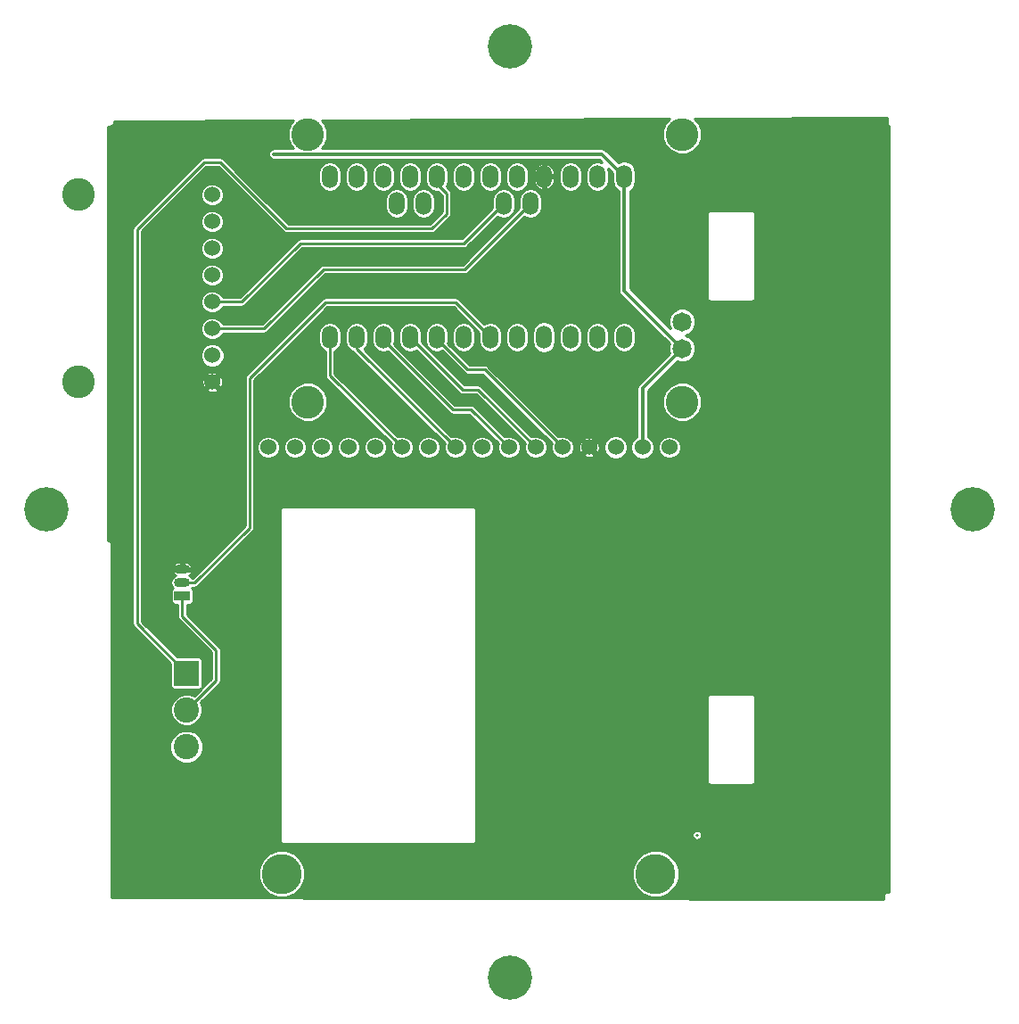
<source format=gbr>
G04 #@! TF.FileFunction,Copper,L1,Top,Signal*
%FSLAX46Y46*%
G04 Gerber Fmt 4.6, Leading zero omitted, Abs format (unit mm)*
G04 Created by KiCad (PCBNEW 4.0.2-stable) date Thursday, March 16, 2017 'PMt' 02:05:18 PM*
%MOMM*%
G01*
G04 APERTURE LIST*
%ADD10C,0.100000*%
%ADD11C,2.400000*%
%ADD12R,2.400000X2.400000*%
%ADD13O,1.500000X0.900000*%
%ADD14R,1.500000X0.900000*%
%ADD15C,3.810000*%
%ADD16C,1.524000*%
%ADD17C,3.100000*%
%ADD18C,4.200000*%
%ADD19O,1.501140X2.199640*%
%ADD20C,1.820000*%
%ADD21C,0.250000*%
%ADD22C,0.350000*%
%ADD23C,0.254000*%
G04 APERTURE END LIST*
D10*
D11*
X94000000Y-120600000D03*
X94000000Y-124100000D03*
D12*
X94000000Y-117100000D03*
D13*
X93600000Y-108530000D03*
X93600000Y-107260000D03*
D14*
X93600000Y-109800000D03*
D15*
X103050000Y-136150000D03*
D16*
X139850000Y-95675000D03*
X137310000Y-95675000D03*
X134770000Y-95675000D03*
X132230000Y-95675000D03*
X129690000Y-95675000D03*
X127150000Y-95675000D03*
X124610000Y-95675000D03*
X122070000Y-95675000D03*
X119530000Y-95675000D03*
X116990000Y-95675000D03*
X114450000Y-95675000D03*
X111910000Y-95675000D03*
X109370000Y-95675000D03*
X106830000Y-95675000D03*
X104290000Y-95675000D03*
X101750000Y-95675000D03*
D15*
X138550000Y-136150000D03*
D17*
X83750000Y-71710000D03*
D16*
X96450000Y-71710000D03*
X96450000Y-74250000D03*
X96450000Y-76790000D03*
X96450000Y-79330000D03*
X96450000Y-81870000D03*
X96450000Y-84410000D03*
X96450000Y-86950000D03*
X96450000Y-89490000D03*
D17*
X83750000Y-89490000D03*
D18*
X80700000Y-101600000D03*
X168700000Y-101600000D03*
X124700000Y-57600000D03*
X124700000Y-146000000D03*
D19*
X116520000Y-72520000D03*
X113980000Y-72520000D03*
X135570000Y-85220000D03*
X133030000Y-85220000D03*
X130490000Y-85220000D03*
X127950000Y-85220000D03*
X125410000Y-85220000D03*
X122870000Y-85220000D03*
X120330000Y-85220000D03*
X117790000Y-85220000D03*
X115250000Y-85220000D03*
X112710000Y-85220000D03*
X110170000Y-85220000D03*
X107630000Y-85220000D03*
X107630000Y-69980000D03*
X110170000Y-69980000D03*
X112710000Y-69980000D03*
X115250000Y-69980000D03*
X117790000Y-69980000D03*
X120330000Y-69980000D03*
X122870000Y-69980000D03*
X125410000Y-69980000D03*
X127950000Y-69980000D03*
X130490000Y-69980000D03*
X133030000Y-69980000D03*
X135570000Y-69980000D03*
X124140000Y-72520000D03*
X126680000Y-72520000D03*
D20*
X141080000Y-83750000D03*
D17*
X105520000Y-65970000D03*
X141080000Y-65970000D03*
X105520000Y-91370000D03*
X141080000Y-91370000D03*
D20*
X141080000Y-86290000D03*
D21*
X142443200Y-132486400D02*
X142494000Y-132486400D01*
X93600000Y-108530000D02*
X94770000Y-108530000D01*
X119550000Y-81900000D02*
X122870000Y-85220000D01*
X107200000Y-81900000D02*
X119550000Y-81900000D01*
X100000000Y-89100000D02*
X107200000Y-81900000D01*
X100000000Y-103300000D02*
X100000000Y-89100000D01*
X94770000Y-108530000D02*
X100000000Y-103300000D01*
X122315000Y-88300000D02*
X129690000Y-95675000D01*
X120700000Y-88300000D02*
X122315000Y-88300000D01*
X117790000Y-85390000D02*
X120700000Y-88300000D01*
X117790000Y-85220000D02*
X117790000Y-85390000D01*
X115250000Y-85220000D02*
X115250000Y-85250000D01*
X115250000Y-85250000D02*
X120200000Y-90200000D01*
X120200000Y-90200000D02*
X121675000Y-90200000D01*
X121675000Y-90200000D02*
X127150000Y-95675000D01*
X112710000Y-85220000D02*
X112710000Y-85510000D01*
X112710000Y-85510000D02*
X119300000Y-92100000D01*
X119300000Y-92100000D02*
X121035000Y-92100000D01*
X121035000Y-92100000D02*
X124610000Y-95675000D01*
X110170000Y-85220000D02*
X110170000Y-86315000D01*
X110170000Y-86315000D02*
X119530000Y-95675000D01*
X107630000Y-85220000D02*
X107630000Y-88855000D01*
X107630000Y-88855000D02*
X114450000Y-95675000D01*
X117790000Y-69980000D02*
X117790000Y-70690000D01*
X117790000Y-70690000D02*
X118700000Y-71600000D01*
X118700000Y-71600000D02*
X118700000Y-73500000D01*
X118700000Y-73500000D02*
X117300000Y-74900000D01*
X117300000Y-74900000D02*
X103500000Y-74900000D01*
X103500000Y-74900000D02*
X97200000Y-68600000D01*
X97200000Y-68600000D02*
X95700000Y-68600000D01*
X95700000Y-68600000D02*
X89300000Y-75000000D01*
X89300000Y-75000000D02*
X89300000Y-112400000D01*
X89300000Y-112400000D02*
X94000000Y-117100000D01*
D22*
X137310000Y-95675000D02*
X137310000Y-90060000D01*
X137310000Y-90060000D02*
X141080000Y-86290000D01*
X135570000Y-69980000D02*
X135570000Y-80780000D01*
X135570000Y-80780000D02*
X141080000Y-86290000D01*
X135570000Y-69980000D02*
X135570000Y-70070000D01*
X102320000Y-67840000D02*
X133430000Y-67840000D01*
X133430000Y-67840000D02*
X135570000Y-69980000D01*
D21*
X96450000Y-81870000D02*
X99230000Y-81870000D01*
X120360000Y-76300000D02*
X124140000Y-72520000D01*
X104800000Y-76300000D02*
X120360000Y-76300000D01*
X99230000Y-81870000D02*
X104800000Y-76300000D01*
X96450000Y-84410000D02*
X101390000Y-84410000D01*
X120400000Y-78800000D02*
X126680000Y-72520000D01*
X107000000Y-78800000D02*
X120400000Y-78800000D01*
X101390000Y-84410000D02*
X107000000Y-78800000D01*
X93600000Y-109800000D02*
X93600000Y-111700000D01*
X96800000Y-117800000D02*
X94000000Y-120600000D01*
X96800000Y-114900000D02*
X96800000Y-117800000D01*
X93600000Y-111700000D02*
X96800000Y-114900000D01*
D23*
G36*
X160496000Y-64900000D02*
X160519141Y-65016336D01*
X160585040Y-65114960D01*
X160673000Y-65173733D01*
X160673000Y-137896000D01*
X160500000Y-137896000D01*
X160383664Y-137919141D01*
X160285040Y-137985040D01*
X160219141Y-138083664D01*
X160196000Y-138200000D01*
X160196000Y-138571376D01*
X86904000Y-138374353D01*
X86904000Y-136592024D01*
X100817614Y-136592024D01*
X101156700Y-137412674D01*
X101784023Y-138041094D01*
X102604080Y-138381611D01*
X103492024Y-138382386D01*
X104312674Y-138043300D01*
X104941094Y-137415977D01*
X105281611Y-136595920D01*
X105281614Y-136592024D01*
X136317614Y-136592024D01*
X136656700Y-137412674D01*
X137284023Y-138041094D01*
X138104080Y-138381611D01*
X138992024Y-138382386D01*
X139812674Y-138043300D01*
X140441094Y-137415977D01*
X140781611Y-136595920D01*
X140782386Y-135707976D01*
X140443300Y-134887326D01*
X139815977Y-134258906D01*
X138995920Y-133918389D01*
X138107976Y-133917614D01*
X137287326Y-134256700D01*
X136658906Y-134884023D01*
X136318389Y-135704080D01*
X136317614Y-136592024D01*
X105281614Y-136592024D01*
X105282386Y-135707976D01*
X104943300Y-134887326D01*
X104315977Y-134258906D01*
X103495920Y-133918389D01*
X102607976Y-133917614D01*
X101787326Y-134256700D01*
X101158906Y-134884023D01*
X100818389Y-135704080D01*
X100817614Y-136592024D01*
X86904000Y-136592024D01*
X86904000Y-124412308D01*
X92422727Y-124412308D01*
X92662305Y-124992132D01*
X93105535Y-125436136D01*
X93684939Y-125676725D01*
X94312308Y-125677273D01*
X94892132Y-125437695D01*
X95336136Y-124994465D01*
X95576725Y-124415061D01*
X95577273Y-123787692D01*
X95337695Y-123207868D01*
X94894465Y-122763864D01*
X94315061Y-122523275D01*
X93687692Y-122522727D01*
X93107868Y-122762305D01*
X92663864Y-123205535D01*
X92423275Y-123784939D01*
X92422727Y-124412308D01*
X86904000Y-124412308D01*
X86904000Y-104800000D01*
X86880859Y-104683664D01*
X86814960Y-104585040D01*
X86716336Y-104519141D01*
X86600000Y-104496000D01*
X86527000Y-104496000D01*
X86527000Y-75000000D01*
X88848000Y-75000000D01*
X88848000Y-112400000D01*
X88882406Y-112572973D01*
X88980388Y-112719612D01*
X92466594Y-116205818D01*
X92466594Y-118300000D01*
X92489395Y-118421179D01*
X92561012Y-118532474D01*
X92670286Y-118607138D01*
X92800000Y-118633406D01*
X95200000Y-118633406D01*
X95321179Y-118610605D01*
X95402500Y-118558276D01*
X94716621Y-119244155D01*
X94305072Y-119073265D01*
X93697593Y-119072735D01*
X93136154Y-119304717D01*
X92706227Y-119733894D01*
X92473265Y-120294928D01*
X92472735Y-120902407D01*
X92704717Y-121463846D01*
X93133894Y-121893773D01*
X93694928Y-122126735D01*
X94302407Y-122127265D01*
X94863846Y-121895283D01*
X95293773Y-121466106D01*
X95526735Y-120905072D01*
X95527265Y-120297593D01*
X95356036Y-119883188D01*
X97119612Y-118119612D01*
X97217594Y-117972973D01*
X97252000Y-117800000D01*
X97252000Y-114900000D01*
X97217594Y-114727027D01*
X97119612Y-114580387D01*
X94052000Y-111512776D01*
X94052000Y-110583406D01*
X94350000Y-110583406D01*
X94471179Y-110560605D01*
X94582474Y-110488988D01*
X94657138Y-110379714D01*
X94683406Y-110250000D01*
X94683406Y-109350000D01*
X94660605Y-109228821D01*
X94588988Y-109117526D01*
X94490175Y-109050010D01*
X94535617Y-108982000D01*
X94770000Y-108982000D01*
X94942973Y-108947594D01*
X95089612Y-108849612D01*
X100319612Y-103619612D01*
X100417594Y-103472973D01*
X100452000Y-103300000D01*
X100452000Y-101600000D01*
X102896000Y-101600000D01*
X102896000Y-133000000D01*
X102919141Y-133116336D01*
X102985040Y-133214960D01*
X103083664Y-133280859D01*
X103200000Y-133304000D01*
X121200000Y-133304000D01*
X121316336Y-133280859D01*
X121414960Y-133214960D01*
X121480859Y-133116336D01*
X121504000Y-133000000D01*
X121504000Y-132486400D01*
X141991200Y-132486400D01*
X142025606Y-132659373D01*
X142123588Y-132806012D01*
X142270227Y-132903994D01*
X142443200Y-132938400D01*
X142494000Y-132938400D01*
X142666973Y-132903994D01*
X142813612Y-132806012D01*
X142911594Y-132659373D01*
X142946000Y-132486400D01*
X142911594Y-132313427D01*
X142813612Y-132166788D01*
X142666973Y-132068806D01*
X142494000Y-132034400D01*
X142443200Y-132034400D01*
X142270227Y-132068806D01*
X142123588Y-132166788D01*
X142025606Y-132313427D01*
X141991200Y-132486400D01*
X121504000Y-132486400D01*
X121504000Y-119400000D01*
X143396000Y-119400000D01*
X143396000Y-127400000D01*
X143419141Y-127516336D01*
X143485040Y-127614960D01*
X143583664Y-127680859D01*
X143700000Y-127704000D01*
X147700000Y-127704000D01*
X147816336Y-127680859D01*
X147914960Y-127614960D01*
X147980859Y-127516336D01*
X148004000Y-127400000D01*
X148004000Y-119400000D01*
X147980859Y-119283664D01*
X147914960Y-119185040D01*
X147816336Y-119119141D01*
X147700000Y-119096000D01*
X143700000Y-119096000D01*
X143583664Y-119119141D01*
X143485040Y-119185040D01*
X143419141Y-119283664D01*
X143396000Y-119400000D01*
X121504000Y-119400000D01*
X121504000Y-101600000D01*
X121480859Y-101483664D01*
X121414960Y-101385040D01*
X121316336Y-101319141D01*
X121200000Y-101296000D01*
X103200000Y-101296000D01*
X103083664Y-101319141D01*
X102985040Y-101385040D01*
X102919141Y-101483664D01*
X102896000Y-101600000D01*
X100452000Y-101600000D01*
X100452000Y-95890665D01*
X100660811Y-95890665D01*
X100826252Y-96291063D01*
X101132326Y-96597671D01*
X101532434Y-96763811D01*
X101965665Y-96764189D01*
X102366063Y-96598748D01*
X102672671Y-96292674D01*
X102838811Y-95892566D01*
X102838812Y-95890665D01*
X103200811Y-95890665D01*
X103366252Y-96291063D01*
X103672326Y-96597671D01*
X104072434Y-96763811D01*
X104505665Y-96764189D01*
X104906063Y-96598748D01*
X105212671Y-96292674D01*
X105378811Y-95892566D01*
X105378812Y-95890665D01*
X105740811Y-95890665D01*
X105906252Y-96291063D01*
X106212326Y-96597671D01*
X106612434Y-96763811D01*
X107045665Y-96764189D01*
X107446063Y-96598748D01*
X107752671Y-96292674D01*
X107918811Y-95892566D01*
X107918812Y-95890665D01*
X108280811Y-95890665D01*
X108446252Y-96291063D01*
X108752326Y-96597671D01*
X109152434Y-96763811D01*
X109585665Y-96764189D01*
X109986063Y-96598748D01*
X110292671Y-96292674D01*
X110458811Y-95892566D01*
X110458812Y-95890665D01*
X110820811Y-95890665D01*
X110986252Y-96291063D01*
X111292326Y-96597671D01*
X111692434Y-96763811D01*
X112125665Y-96764189D01*
X112526063Y-96598748D01*
X112832671Y-96292674D01*
X112998811Y-95892566D01*
X112999189Y-95459335D01*
X112833748Y-95058937D01*
X112527674Y-94752329D01*
X112127566Y-94586189D01*
X111694335Y-94585811D01*
X111293937Y-94751252D01*
X110987329Y-95057326D01*
X110821189Y-95457434D01*
X110820811Y-95890665D01*
X110458812Y-95890665D01*
X110459189Y-95459335D01*
X110293748Y-95058937D01*
X109987674Y-94752329D01*
X109587566Y-94586189D01*
X109154335Y-94585811D01*
X108753937Y-94751252D01*
X108447329Y-95057326D01*
X108281189Y-95457434D01*
X108280811Y-95890665D01*
X107918812Y-95890665D01*
X107919189Y-95459335D01*
X107753748Y-95058937D01*
X107447674Y-94752329D01*
X107047566Y-94586189D01*
X106614335Y-94585811D01*
X106213937Y-94751252D01*
X105907329Y-95057326D01*
X105741189Y-95457434D01*
X105740811Y-95890665D01*
X105378812Y-95890665D01*
X105379189Y-95459335D01*
X105213748Y-95058937D01*
X104907674Y-94752329D01*
X104507566Y-94586189D01*
X104074335Y-94585811D01*
X103673937Y-94751252D01*
X103367329Y-95057326D01*
X103201189Y-95457434D01*
X103200811Y-95890665D01*
X102838812Y-95890665D01*
X102839189Y-95459335D01*
X102673748Y-95058937D01*
X102367674Y-94752329D01*
X101967566Y-94586189D01*
X101534335Y-94585811D01*
X101133937Y-94751252D01*
X100827329Y-95057326D01*
X100661189Y-95457434D01*
X100660811Y-95890665D01*
X100452000Y-95890665D01*
X100452000Y-91741720D01*
X103642675Y-91741720D01*
X103927829Y-92431846D01*
X104455376Y-92960316D01*
X105145004Y-93246674D01*
X105891720Y-93247325D01*
X106581846Y-92962171D01*
X107110316Y-92434624D01*
X107396674Y-91744996D01*
X107397325Y-90998280D01*
X107112171Y-90308154D01*
X106584624Y-89779684D01*
X105894996Y-89493326D01*
X105148280Y-89492675D01*
X104458154Y-89777829D01*
X103929684Y-90305376D01*
X103643326Y-90995004D01*
X103642675Y-91741720D01*
X100452000Y-91741720D01*
X100452000Y-89287224D01*
X104896427Y-84842797D01*
X106552430Y-84842797D01*
X106552430Y-85597203D01*
X106634455Y-86009571D01*
X106868043Y-86359160D01*
X107178000Y-86566267D01*
X107178000Y-88855000D01*
X107212406Y-89027973D01*
X107310388Y-89174612D01*
X113429265Y-95293490D01*
X113361189Y-95457434D01*
X113360811Y-95890665D01*
X113526252Y-96291063D01*
X113832326Y-96597671D01*
X114232434Y-96763811D01*
X114665665Y-96764189D01*
X115066063Y-96598748D01*
X115372671Y-96292674D01*
X115538811Y-95892566D01*
X115538812Y-95890665D01*
X115900811Y-95890665D01*
X116066252Y-96291063D01*
X116372326Y-96597671D01*
X116772434Y-96763811D01*
X117205665Y-96764189D01*
X117606063Y-96598748D01*
X117912671Y-96292674D01*
X118078811Y-95892566D01*
X118079189Y-95459335D01*
X117913748Y-95058937D01*
X117607674Y-94752329D01*
X117207566Y-94586189D01*
X116774335Y-94585811D01*
X116373937Y-94751252D01*
X116067329Y-95057326D01*
X115901189Y-95457434D01*
X115900811Y-95890665D01*
X115538812Y-95890665D01*
X115539189Y-95459335D01*
X115373748Y-95058937D01*
X115067674Y-94752329D01*
X114667566Y-94586189D01*
X114234335Y-94585811D01*
X114068541Y-94654316D01*
X108082000Y-88667776D01*
X108082000Y-86566267D01*
X108391957Y-86359160D01*
X108625545Y-86009571D01*
X108707570Y-85597203D01*
X108707570Y-84842797D01*
X109092430Y-84842797D01*
X109092430Y-85597203D01*
X109174455Y-86009571D01*
X109408043Y-86359160D01*
X109757632Y-86592748D01*
X109832345Y-86607609D01*
X109850388Y-86634612D01*
X118509265Y-95293489D01*
X118441189Y-95457434D01*
X118440811Y-95890665D01*
X118606252Y-96291063D01*
X118912326Y-96597671D01*
X119312434Y-96763811D01*
X119745665Y-96764189D01*
X120146063Y-96598748D01*
X120452671Y-96292674D01*
X120618811Y-95892566D01*
X120618812Y-95890665D01*
X120980811Y-95890665D01*
X121146252Y-96291063D01*
X121452326Y-96597671D01*
X121852434Y-96763811D01*
X122285665Y-96764189D01*
X122686063Y-96598748D01*
X122992671Y-96292674D01*
X123158811Y-95892566D01*
X123159189Y-95459335D01*
X122993748Y-95058937D01*
X122687674Y-94752329D01*
X122287566Y-94586189D01*
X121854335Y-94585811D01*
X121453937Y-94751252D01*
X121147329Y-95057326D01*
X120981189Y-95457434D01*
X120980811Y-95890665D01*
X120618812Y-95890665D01*
X120619189Y-95459335D01*
X120453748Y-95058937D01*
X120147674Y-94752329D01*
X119747566Y-94586189D01*
X119314335Y-94585811D01*
X119148540Y-94654316D01*
X110884856Y-86390632D01*
X110931957Y-86359160D01*
X111165545Y-86009571D01*
X111247570Y-85597203D01*
X111247570Y-84842797D01*
X111632430Y-84842797D01*
X111632430Y-85597203D01*
X111714455Y-86009571D01*
X111948043Y-86359160D01*
X112297632Y-86592748D01*
X112710000Y-86674773D01*
X113122368Y-86592748D01*
X113141045Y-86580269D01*
X118980387Y-92419612D01*
X119127027Y-92517594D01*
X119300000Y-92552000D01*
X120847776Y-92552000D01*
X123589265Y-95293490D01*
X123521189Y-95457434D01*
X123520811Y-95890665D01*
X123686252Y-96291063D01*
X123992326Y-96597671D01*
X124392434Y-96763811D01*
X124825665Y-96764189D01*
X125226063Y-96598748D01*
X125532671Y-96292674D01*
X125698811Y-95892566D01*
X125699189Y-95459335D01*
X125533748Y-95058937D01*
X125227674Y-94752329D01*
X124827566Y-94586189D01*
X124394335Y-94585811D01*
X124228541Y-94654316D01*
X121354612Y-91780388D01*
X121207973Y-91682406D01*
X121035000Y-91648000D01*
X119487225Y-91648000D01*
X113729312Y-85890088D01*
X113787570Y-85597203D01*
X113787570Y-84842797D01*
X114172430Y-84842797D01*
X114172430Y-85597203D01*
X114254455Y-86009571D01*
X114488043Y-86359160D01*
X114837632Y-86592748D01*
X115250000Y-86674773D01*
X115662368Y-86592748D01*
X115836903Y-86476127D01*
X119880388Y-90519612D01*
X120027027Y-90617594D01*
X120200000Y-90652000D01*
X121487776Y-90652000D01*
X126129265Y-95293489D01*
X126061189Y-95457434D01*
X126060811Y-95890665D01*
X126226252Y-96291063D01*
X126532326Y-96597671D01*
X126932434Y-96763811D01*
X127365665Y-96764189D01*
X127766063Y-96598748D01*
X128072671Y-96292674D01*
X128238811Y-95892566D01*
X128239189Y-95459335D01*
X128073748Y-95058937D01*
X127767674Y-94752329D01*
X127367566Y-94586189D01*
X126934335Y-94585811D01*
X126768540Y-94654316D01*
X121994612Y-89880388D01*
X121847973Y-89782406D01*
X121675000Y-89748000D01*
X120387224Y-89748000D01*
X116312448Y-85673224D01*
X116327570Y-85597203D01*
X116327570Y-84842797D01*
X116712430Y-84842797D01*
X116712430Y-85597203D01*
X116794455Y-86009571D01*
X117028043Y-86359160D01*
X117377632Y-86592748D01*
X117790000Y-86674773D01*
X118202368Y-86592748D01*
X118292979Y-86532203D01*
X120380387Y-88619612D01*
X120474365Y-88682406D01*
X120527027Y-88717594D01*
X120700000Y-88752000D01*
X122127776Y-88752000D01*
X128669265Y-95293489D01*
X128601189Y-95457434D01*
X128600811Y-95890665D01*
X128766252Y-96291063D01*
X129072326Y-96597671D01*
X129472434Y-96763811D01*
X129905665Y-96764189D01*
X130306063Y-96598748D01*
X130472318Y-96432782D01*
X131651823Y-96432782D01*
X131743548Y-96560610D01*
X132119485Y-96679353D01*
X132512247Y-96645194D01*
X132716452Y-96560610D01*
X132808177Y-96432782D01*
X132230000Y-95854605D01*
X131651823Y-96432782D01*
X130472318Y-96432782D01*
X130612671Y-96292674D01*
X130778811Y-95892566D01*
X130779097Y-95564485D01*
X131225647Y-95564485D01*
X131259806Y-95957247D01*
X131344390Y-96161452D01*
X131472218Y-96253177D01*
X132050395Y-95675000D01*
X132409605Y-95675000D01*
X132987782Y-96253177D01*
X133115610Y-96161452D01*
X133198012Y-95900567D01*
X133630803Y-95900567D01*
X133803840Y-96319349D01*
X134123966Y-96640034D01*
X134542445Y-96813802D01*
X134995567Y-96814197D01*
X135414349Y-96641160D01*
X135735034Y-96321034D01*
X135908802Y-95902555D01*
X135909197Y-95449433D01*
X135736160Y-95030651D01*
X135416034Y-94709966D01*
X134997555Y-94536198D01*
X134544433Y-94535803D01*
X134125651Y-94708840D01*
X133804966Y-95028966D01*
X133631198Y-95447445D01*
X133630803Y-95900567D01*
X133198012Y-95900567D01*
X133234353Y-95785515D01*
X133200194Y-95392753D01*
X133115610Y-95188548D01*
X132987782Y-95096823D01*
X132409605Y-95675000D01*
X132050395Y-95675000D01*
X131472218Y-95096823D01*
X131344390Y-95188548D01*
X131225647Y-95564485D01*
X130779097Y-95564485D01*
X130779189Y-95459335D01*
X130613748Y-95058937D01*
X130472276Y-94917218D01*
X131651823Y-94917218D01*
X132230000Y-95495395D01*
X132808177Y-94917218D01*
X132716452Y-94789390D01*
X132340515Y-94670647D01*
X131947753Y-94704806D01*
X131743548Y-94789390D01*
X131651823Y-94917218D01*
X130472276Y-94917218D01*
X130307674Y-94752329D01*
X129907566Y-94586189D01*
X129474335Y-94585811D01*
X129308540Y-94654316D01*
X122634612Y-87980388D01*
X122487973Y-87882406D01*
X122315000Y-87848000D01*
X120887225Y-87848000D01*
X118829221Y-85789997D01*
X118867570Y-85597203D01*
X118867570Y-84842797D01*
X118785545Y-84430429D01*
X118551957Y-84080840D01*
X118202368Y-83847252D01*
X117790000Y-83765227D01*
X117377632Y-83847252D01*
X117028043Y-84080840D01*
X116794455Y-84430429D01*
X116712430Y-84842797D01*
X116327570Y-84842797D01*
X116245545Y-84430429D01*
X116011957Y-84080840D01*
X115662368Y-83847252D01*
X115250000Y-83765227D01*
X114837632Y-83847252D01*
X114488043Y-84080840D01*
X114254455Y-84430429D01*
X114172430Y-84842797D01*
X113787570Y-84842797D01*
X113705545Y-84430429D01*
X113471957Y-84080840D01*
X113122368Y-83847252D01*
X112710000Y-83765227D01*
X112297632Y-83847252D01*
X111948043Y-84080840D01*
X111714455Y-84430429D01*
X111632430Y-84842797D01*
X111247570Y-84842797D01*
X111165545Y-84430429D01*
X110931957Y-84080840D01*
X110582368Y-83847252D01*
X110170000Y-83765227D01*
X109757632Y-83847252D01*
X109408043Y-84080840D01*
X109174455Y-84430429D01*
X109092430Y-84842797D01*
X108707570Y-84842797D01*
X108625545Y-84430429D01*
X108391957Y-84080840D01*
X108042368Y-83847252D01*
X107630000Y-83765227D01*
X107217632Y-83847252D01*
X106868043Y-84080840D01*
X106634455Y-84430429D01*
X106552430Y-84842797D01*
X104896427Y-84842797D01*
X107387225Y-82352000D01*
X119362776Y-82352000D01*
X121090929Y-84080153D01*
X120742368Y-83847252D01*
X120330000Y-83765227D01*
X119917632Y-83847252D01*
X119568043Y-84080840D01*
X119334455Y-84430429D01*
X119252430Y-84842797D01*
X119252430Y-85597203D01*
X119334455Y-86009571D01*
X119568043Y-86359160D01*
X119917632Y-86592748D01*
X120330000Y-86674773D01*
X120742368Y-86592748D01*
X121091957Y-86359160D01*
X121325545Y-86009571D01*
X121407570Y-85597203D01*
X121407570Y-84842797D01*
X121325545Y-84430429D01*
X121092644Y-84081868D01*
X121802574Y-84791798D01*
X121792430Y-84842797D01*
X121792430Y-85597203D01*
X121874455Y-86009571D01*
X122108043Y-86359160D01*
X122457632Y-86592748D01*
X122870000Y-86674773D01*
X123282368Y-86592748D01*
X123631957Y-86359160D01*
X123865545Y-86009571D01*
X123947570Y-85597203D01*
X123947570Y-84842797D01*
X124332430Y-84842797D01*
X124332430Y-85597203D01*
X124414455Y-86009571D01*
X124648043Y-86359160D01*
X124997632Y-86592748D01*
X125410000Y-86674773D01*
X125822368Y-86592748D01*
X126171957Y-86359160D01*
X126405545Y-86009571D01*
X126487570Y-85597203D01*
X126487570Y-84842797D01*
X126487376Y-84841817D01*
X126822430Y-84841817D01*
X126822430Y-85598183D01*
X126908261Y-86029685D01*
X127152688Y-86395495D01*
X127518498Y-86639922D01*
X127950000Y-86725753D01*
X128381502Y-86639922D01*
X128747312Y-86395495D01*
X128991739Y-86029685D01*
X129077570Y-85598183D01*
X129077570Y-84842797D01*
X129412430Y-84842797D01*
X129412430Y-85597203D01*
X129494455Y-86009571D01*
X129728043Y-86359160D01*
X130077632Y-86592748D01*
X130490000Y-86674773D01*
X130902368Y-86592748D01*
X131251957Y-86359160D01*
X131485545Y-86009571D01*
X131567570Y-85597203D01*
X131567570Y-84842797D01*
X131952430Y-84842797D01*
X131952430Y-85597203D01*
X132034455Y-86009571D01*
X132268043Y-86359160D01*
X132617632Y-86592748D01*
X133030000Y-86674773D01*
X133442368Y-86592748D01*
X133791957Y-86359160D01*
X134025545Y-86009571D01*
X134107570Y-85597203D01*
X134107570Y-84842797D01*
X134492430Y-84842797D01*
X134492430Y-85597203D01*
X134574455Y-86009571D01*
X134808043Y-86359160D01*
X135157632Y-86592748D01*
X135570000Y-86674773D01*
X135982368Y-86592748D01*
X136331957Y-86359160D01*
X136565545Y-86009571D01*
X136647570Y-85597203D01*
X136647570Y-84842797D01*
X136565545Y-84430429D01*
X136331957Y-84080840D01*
X135982368Y-83847252D01*
X135570000Y-83765227D01*
X135157632Y-83847252D01*
X134808043Y-84080840D01*
X134574455Y-84430429D01*
X134492430Y-84842797D01*
X134107570Y-84842797D01*
X134025545Y-84430429D01*
X133791957Y-84080840D01*
X133442368Y-83847252D01*
X133030000Y-83765227D01*
X132617632Y-83847252D01*
X132268043Y-84080840D01*
X132034455Y-84430429D01*
X131952430Y-84842797D01*
X131567570Y-84842797D01*
X131485545Y-84430429D01*
X131251957Y-84080840D01*
X130902368Y-83847252D01*
X130490000Y-83765227D01*
X130077632Y-83847252D01*
X129728043Y-84080840D01*
X129494455Y-84430429D01*
X129412430Y-84842797D01*
X129077570Y-84842797D01*
X129077570Y-84841817D01*
X128991739Y-84410315D01*
X128747312Y-84044505D01*
X128381502Y-83800078D01*
X127950000Y-83714247D01*
X127518498Y-83800078D01*
X127152688Y-84044505D01*
X126908261Y-84410315D01*
X126822430Y-84841817D01*
X126487376Y-84841817D01*
X126405545Y-84430429D01*
X126171957Y-84080840D01*
X125822368Y-83847252D01*
X125410000Y-83765227D01*
X124997632Y-83847252D01*
X124648043Y-84080840D01*
X124414455Y-84430429D01*
X124332430Y-84842797D01*
X123947570Y-84842797D01*
X123865545Y-84430429D01*
X123631957Y-84080840D01*
X123282368Y-83847252D01*
X122870000Y-83765227D01*
X122457632Y-83847252D01*
X122265113Y-83975889D01*
X119869612Y-81580388D01*
X119722973Y-81482406D01*
X119550000Y-81448000D01*
X107200000Y-81448000D01*
X107027027Y-81482406D01*
X106880388Y-81580387D01*
X99680388Y-88780388D01*
X99582406Y-88927027D01*
X99548000Y-89100000D01*
X99548000Y-103112776D01*
X94582776Y-108078000D01*
X94535617Y-108078000D01*
X94470522Y-107980578D01*
X94265319Y-107843466D01*
X94277175Y-107838713D01*
X94469928Y-107650322D01*
X94538938Y-107489781D01*
X94508641Y-107387000D01*
X93727000Y-107387000D01*
X93727000Y-107407000D01*
X93473000Y-107407000D01*
X93473000Y-107387000D01*
X92691359Y-107387000D01*
X92661062Y-107489781D01*
X92730072Y-107650322D01*
X92922825Y-107838713D01*
X92934681Y-107843466D01*
X92729478Y-107980578D01*
X92561046Y-108232655D01*
X92501900Y-108530000D01*
X92561046Y-108827345D01*
X92710577Y-109051135D01*
X92617526Y-109111012D01*
X92542862Y-109220286D01*
X92516594Y-109350000D01*
X92516594Y-110250000D01*
X92539395Y-110371179D01*
X92611012Y-110482474D01*
X92720286Y-110557138D01*
X92850000Y-110583406D01*
X93148000Y-110583406D01*
X93148000Y-111700000D01*
X93182406Y-111872973D01*
X93280388Y-112019612D01*
X96348000Y-115087225D01*
X96348000Y-117612776D01*
X95455527Y-118505249D01*
X95507138Y-118429714D01*
X95533406Y-118300000D01*
X95533406Y-115900000D01*
X95510605Y-115778821D01*
X95438988Y-115667526D01*
X95329714Y-115592862D01*
X95200000Y-115566594D01*
X93105818Y-115566594D01*
X89752000Y-112212776D01*
X89752000Y-107030219D01*
X92661062Y-107030219D01*
X92691359Y-107133000D01*
X93473000Y-107133000D01*
X93473000Y-106581000D01*
X93727000Y-106581000D01*
X93727000Y-107133000D01*
X94508641Y-107133000D01*
X94538938Y-107030219D01*
X94469928Y-106869678D01*
X94277175Y-106681287D01*
X94027000Y-106581000D01*
X93727000Y-106581000D01*
X93473000Y-106581000D01*
X93173000Y-106581000D01*
X92922825Y-106681287D01*
X92730072Y-106869678D01*
X92661062Y-107030219D01*
X89752000Y-107030219D01*
X89752000Y-90247782D01*
X95871823Y-90247782D01*
X95963548Y-90375610D01*
X96339485Y-90494353D01*
X96732247Y-90460194D01*
X96936452Y-90375610D01*
X97028177Y-90247782D01*
X96450000Y-89669605D01*
X95871823Y-90247782D01*
X89752000Y-90247782D01*
X89752000Y-89379485D01*
X95445647Y-89379485D01*
X95479806Y-89772247D01*
X95564390Y-89976452D01*
X95692218Y-90068177D01*
X96270395Y-89490000D01*
X96629605Y-89490000D01*
X97207782Y-90068177D01*
X97335610Y-89976452D01*
X97454353Y-89600515D01*
X97420194Y-89207753D01*
X97335610Y-89003548D01*
X97207782Y-88911823D01*
X96629605Y-89490000D01*
X96270395Y-89490000D01*
X95692218Y-88911823D01*
X95564390Y-89003548D01*
X95445647Y-89379485D01*
X89752000Y-89379485D01*
X89752000Y-88732218D01*
X95871823Y-88732218D01*
X96450000Y-89310395D01*
X97028177Y-88732218D01*
X96936452Y-88604390D01*
X96560515Y-88485647D01*
X96167753Y-88519806D01*
X95963548Y-88604390D01*
X95871823Y-88732218D01*
X89752000Y-88732218D01*
X89752000Y-87175567D01*
X95310803Y-87175567D01*
X95483840Y-87594349D01*
X95803966Y-87915034D01*
X96222445Y-88088802D01*
X96675567Y-88089197D01*
X97094349Y-87916160D01*
X97415034Y-87596034D01*
X97588802Y-87177555D01*
X97589197Y-86724433D01*
X97416160Y-86305651D01*
X97096034Y-85984966D01*
X96677555Y-85811198D01*
X96224433Y-85810803D01*
X95805651Y-85983840D01*
X95484966Y-86303966D01*
X95311198Y-86722445D01*
X95310803Y-87175567D01*
X89752000Y-87175567D01*
X89752000Y-82085665D01*
X95360811Y-82085665D01*
X95526252Y-82486063D01*
X95832326Y-82792671D01*
X96232434Y-82958811D01*
X96665665Y-82959189D01*
X97066063Y-82793748D01*
X97372671Y-82487674D01*
X97441465Y-82322000D01*
X99230000Y-82322000D01*
X99402973Y-82287594D01*
X99549612Y-82189612D01*
X104987225Y-76752000D01*
X120360000Y-76752000D01*
X120532973Y-76717594D01*
X120679612Y-76619612D01*
X123535113Y-73764111D01*
X123727632Y-73892748D01*
X124140000Y-73974773D01*
X124552368Y-73892748D01*
X124900929Y-73659847D01*
X120212776Y-78348000D01*
X107000000Y-78348000D01*
X106827027Y-78382406D01*
X106680388Y-78480388D01*
X101202776Y-83958000D01*
X97441537Y-83958000D01*
X97373748Y-83793937D01*
X97067674Y-83487329D01*
X96667566Y-83321189D01*
X96234335Y-83320811D01*
X95833937Y-83486252D01*
X95527329Y-83792326D01*
X95361189Y-84192434D01*
X95360811Y-84625665D01*
X95526252Y-85026063D01*
X95832326Y-85332671D01*
X96232434Y-85498811D01*
X96665665Y-85499189D01*
X97066063Y-85333748D01*
X97372671Y-85027674D01*
X97441465Y-84862000D01*
X101390000Y-84862000D01*
X101562973Y-84827594D01*
X101709612Y-84729612D01*
X107187224Y-79252000D01*
X120400000Y-79252000D01*
X120572973Y-79217594D01*
X120719612Y-79119612D01*
X126075113Y-73764111D01*
X126267632Y-73892748D01*
X126680000Y-73974773D01*
X127092368Y-73892748D01*
X127441957Y-73659160D01*
X127675545Y-73309571D01*
X127757570Y-72897203D01*
X127757570Y-72142797D01*
X127675545Y-71730429D01*
X127441957Y-71380840D01*
X127092368Y-71147252D01*
X126680000Y-71065227D01*
X126267632Y-71147252D01*
X125918043Y-71380840D01*
X125684455Y-71730429D01*
X125602430Y-72142797D01*
X125602430Y-72897203D01*
X125612574Y-72948202D01*
X124902644Y-73658132D01*
X125135545Y-73309571D01*
X125217570Y-72897203D01*
X125217570Y-72142797D01*
X125135545Y-71730429D01*
X124901957Y-71380840D01*
X124552368Y-71147252D01*
X124140000Y-71065227D01*
X123727632Y-71147252D01*
X123378043Y-71380840D01*
X123144455Y-71730429D01*
X123062430Y-72142797D01*
X123062430Y-72897203D01*
X123072574Y-72948202D01*
X120172776Y-75848000D01*
X104800000Y-75848000D01*
X104627027Y-75882406D01*
X104480388Y-75980387D01*
X99042776Y-81418000D01*
X97441537Y-81418000D01*
X97373748Y-81253937D01*
X97067674Y-80947329D01*
X96667566Y-80781189D01*
X96234335Y-80780811D01*
X95833937Y-80946252D01*
X95527329Y-81252326D01*
X95361189Y-81652434D01*
X95360811Y-82085665D01*
X89752000Y-82085665D01*
X89752000Y-79545665D01*
X95360811Y-79545665D01*
X95526252Y-79946063D01*
X95832326Y-80252671D01*
X96232434Y-80418811D01*
X96665665Y-80419189D01*
X97066063Y-80253748D01*
X97372671Y-79947674D01*
X97538811Y-79547566D01*
X97539189Y-79114335D01*
X97373748Y-78713937D01*
X97067674Y-78407329D01*
X96667566Y-78241189D01*
X96234335Y-78240811D01*
X95833937Y-78406252D01*
X95527329Y-78712326D01*
X95361189Y-79112434D01*
X95360811Y-79545665D01*
X89752000Y-79545665D01*
X89752000Y-77005665D01*
X95360811Y-77005665D01*
X95526252Y-77406063D01*
X95832326Y-77712671D01*
X96232434Y-77878811D01*
X96665665Y-77879189D01*
X97066063Y-77713748D01*
X97372671Y-77407674D01*
X97538811Y-77007566D01*
X97539189Y-76574335D01*
X97373748Y-76173937D01*
X97067674Y-75867329D01*
X96667566Y-75701189D01*
X96234335Y-75700811D01*
X95833937Y-75866252D01*
X95527329Y-76172326D01*
X95361189Y-76572434D01*
X95360811Y-77005665D01*
X89752000Y-77005665D01*
X89752000Y-75187224D01*
X90473559Y-74465665D01*
X95360811Y-74465665D01*
X95526252Y-74866063D01*
X95832326Y-75172671D01*
X96232434Y-75338811D01*
X96665665Y-75339189D01*
X97066063Y-75173748D01*
X97372671Y-74867674D01*
X97538811Y-74467566D01*
X97539189Y-74034335D01*
X97373748Y-73633937D01*
X97067674Y-73327329D01*
X96667566Y-73161189D01*
X96234335Y-73160811D01*
X95833937Y-73326252D01*
X95527329Y-73632326D01*
X95361189Y-74032434D01*
X95360811Y-74465665D01*
X90473559Y-74465665D01*
X93013559Y-71925665D01*
X95360811Y-71925665D01*
X95526252Y-72326063D01*
X95832326Y-72632671D01*
X96232434Y-72798811D01*
X96665665Y-72799189D01*
X97066063Y-72633748D01*
X97372671Y-72327674D01*
X97538811Y-71927566D01*
X97539189Y-71494335D01*
X97373748Y-71093937D01*
X97067674Y-70787329D01*
X96667566Y-70621189D01*
X96234335Y-70620811D01*
X95833937Y-70786252D01*
X95527329Y-71092326D01*
X95361189Y-71492434D01*
X95360811Y-71925665D01*
X93013559Y-71925665D01*
X95887224Y-69052000D01*
X97012776Y-69052000D01*
X103180387Y-75219612D01*
X103327027Y-75317594D01*
X103500000Y-75352000D01*
X117300000Y-75352000D01*
X117472973Y-75317594D01*
X117619612Y-75219612D01*
X119019612Y-73819612D01*
X119117594Y-73672973D01*
X119152000Y-73500000D01*
X119152000Y-71600000D01*
X119117594Y-71427027D01*
X119067962Y-71352748D01*
X119019612Y-71280387D01*
X118674695Y-70935470D01*
X118785545Y-70769571D01*
X118867570Y-70357203D01*
X118867570Y-69602797D01*
X119252430Y-69602797D01*
X119252430Y-70357203D01*
X119334455Y-70769571D01*
X119568043Y-71119160D01*
X119917632Y-71352748D01*
X120330000Y-71434773D01*
X120742368Y-71352748D01*
X121091957Y-71119160D01*
X121325545Y-70769571D01*
X121407570Y-70357203D01*
X121407570Y-69602797D01*
X121792430Y-69602797D01*
X121792430Y-70357203D01*
X121874455Y-70769571D01*
X122108043Y-71119160D01*
X122457632Y-71352748D01*
X122870000Y-71434773D01*
X123282368Y-71352748D01*
X123631957Y-71119160D01*
X123865545Y-70769571D01*
X123947570Y-70357203D01*
X123947570Y-69602797D01*
X124332430Y-69602797D01*
X124332430Y-70357203D01*
X124414455Y-70769571D01*
X124648043Y-71119160D01*
X124997632Y-71352748D01*
X125410000Y-71434773D01*
X125822368Y-71352748D01*
X126171957Y-71119160D01*
X126405545Y-70769571D01*
X126487570Y-70357203D01*
X126487570Y-70107000D01*
X126970430Y-70107000D01*
X126970430Y-70456250D01*
X127093596Y-70821448D01*
X127347142Y-71111713D01*
X127672618Y-71268726D01*
X127823000Y-71242784D01*
X127823000Y-70107000D01*
X128077000Y-70107000D01*
X128077000Y-71242784D01*
X128227382Y-71268726D01*
X128552858Y-71111713D01*
X128806404Y-70821448D01*
X128929570Y-70456250D01*
X128929570Y-70107000D01*
X128077000Y-70107000D01*
X127823000Y-70107000D01*
X126970430Y-70107000D01*
X126487570Y-70107000D01*
X126487570Y-69602797D01*
X126467869Y-69503750D01*
X126970430Y-69503750D01*
X126970430Y-69853000D01*
X127823000Y-69853000D01*
X127823000Y-68717216D01*
X128077000Y-68717216D01*
X128077000Y-69853000D01*
X128929570Y-69853000D01*
X128929570Y-69602797D01*
X129412430Y-69602797D01*
X129412430Y-70357203D01*
X129494455Y-70769571D01*
X129728043Y-71119160D01*
X130077632Y-71352748D01*
X130490000Y-71434773D01*
X130902368Y-71352748D01*
X131251957Y-71119160D01*
X131485545Y-70769571D01*
X131567570Y-70357203D01*
X131567570Y-69602797D01*
X131485545Y-69190429D01*
X131251957Y-68840840D01*
X130902368Y-68607252D01*
X130490000Y-68525227D01*
X130077632Y-68607252D01*
X129728043Y-68840840D01*
X129494455Y-69190429D01*
X129412430Y-69602797D01*
X128929570Y-69602797D01*
X128929570Y-69503750D01*
X128806404Y-69138552D01*
X128552858Y-68848287D01*
X128227382Y-68691274D01*
X128077000Y-68717216D01*
X127823000Y-68717216D01*
X127672618Y-68691274D01*
X127347142Y-68848287D01*
X127093596Y-69138552D01*
X126970430Y-69503750D01*
X126467869Y-69503750D01*
X126405545Y-69190429D01*
X126171957Y-68840840D01*
X125822368Y-68607252D01*
X125410000Y-68525227D01*
X124997632Y-68607252D01*
X124648043Y-68840840D01*
X124414455Y-69190429D01*
X124332430Y-69602797D01*
X123947570Y-69602797D01*
X123865545Y-69190429D01*
X123631957Y-68840840D01*
X123282368Y-68607252D01*
X122870000Y-68525227D01*
X122457632Y-68607252D01*
X122108043Y-68840840D01*
X121874455Y-69190429D01*
X121792430Y-69602797D01*
X121407570Y-69602797D01*
X121325545Y-69190429D01*
X121091957Y-68840840D01*
X120742368Y-68607252D01*
X120330000Y-68525227D01*
X119917632Y-68607252D01*
X119568043Y-68840840D01*
X119334455Y-69190429D01*
X119252430Y-69602797D01*
X118867570Y-69602797D01*
X118785545Y-69190429D01*
X118551957Y-68840840D01*
X118202368Y-68607252D01*
X117790000Y-68525227D01*
X117377632Y-68607252D01*
X117028043Y-68840840D01*
X116794455Y-69190429D01*
X116712430Y-69602797D01*
X116712430Y-70357203D01*
X116794455Y-70769571D01*
X117028043Y-71119160D01*
X117377632Y-71352748D01*
X117790000Y-71434773D01*
X117878037Y-71417261D01*
X118248000Y-71787225D01*
X118248000Y-73312776D01*
X117112776Y-74448000D01*
X103687225Y-74448000D01*
X101382022Y-72142797D01*
X112902430Y-72142797D01*
X112902430Y-72897203D01*
X112984455Y-73309571D01*
X113218043Y-73659160D01*
X113567632Y-73892748D01*
X113980000Y-73974773D01*
X114392368Y-73892748D01*
X114741957Y-73659160D01*
X114975545Y-73309571D01*
X115057570Y-72897203D01*
X115057570Y-72142797D01*
X115442430Y-72142797D01*
X115442430Y-72897203D01*
X115524455Y-73309571D01*
X115758043Y-73659160D01*
X116107632Y-73892748D01*
X116520000Y-73974773D01*
X116932368Y-73892748D01*
X117281957Y-73659160D01*
X117515545Y-73309571D01*
X117597570Y-72897203D01*
X117597570Y-72142797D01*
X117515545Y-71730429D01*
X117281957Y-71380840D01*
X116932368Y-71147252D01*
X116520000Y-71065227D01*
X116107632Y-71147252D01*
X115758043Y-71380840D01*
X115524455Y-71730429D01*
X115442430Y-72142797D01*
X115057570Y-72142797D01*
X114975545Y-71730429D01*
X114741957Y-71380840D01*
X114392368Y-71147252D01*
X113980000Y-71065227D01*
X113567632Y-71147252D01*
X113218043Y-71380840D01*
X112984455Y-71730429D01*
X112902430Y-72142797D01*
X101382022Y-72142797D01*
X98842022Y-69602797D01*
X106552430Y-69602797D01*
X106552430Y-70357203D01*
X106634455Y-70769571D01*
X106868043Y-71119160D01*
X107217632Y-71352748D01*
X107630000Y-71434773D01*
X108042368Y-71352748D01*
X108391957Y-71119160D01*
X108625545Y-70769571D01*
X108707570Y-70357203D01*
X108707570Y-69602797D01*
X109092430Y-69602797D01*
X109092430Y-70357203D01*
X109174455Y-70769571D01*
X109408043Y-71119160D01*
X109757632Y-71352748D01*
X110170000Y-71434773D01*
X110582368Y-71352748D01*
X110931957Y-71119160D01*
X111165545Y-70769571D01*
X111247570Y-70357203D01*
X111247570Y-69602797D01*
X111632430Y-69602797D01*
X111632430Y-70357203D01*
X111714455Y-70769571D01*
X111948043Y-71119160D01*
X112297632Y-71352748D01*
X112710000Y-71434773D01*
X113122368Y-71352748D01*
X113471957Y-71119160D01*
X113705545Y-70769571D01*
X113787570Y-70357203D01*
X113787570Y-69602797D01*
X114172430Y-69602797D01*
X114172430Y-70357203D01*
X114254455Y-70769571D01*
X114488043Y-71119160D01*
X114837632Y-71352748D01*
X115250000Y-71434773D01*
X115662368Y-71352748D01*
X116011957Y-71119160D01*
X116245545Y-70769571D01*
X116327570Y-70357203D01*
X116327570Y-69602797D01*
X116245545Y-69190429D01*
X116011957Y-68840840D01*
X115662368Y-68607252D01*
X115250000Y-68525227D01*
X114837632Y-68607252D01*
X114488043Y-68840840D01*
X114254455Y-69190429D01*
X114172430Y-69602797D01*
X113787570Y-69602797D01*
X113705545Y-69190429D01*
X113471957Y-68840840D01*
X113122368Y-68607252D01*
X112710000Y-68525227D01*
X112297632Y-68607252D01*
X111948043Y-68840840D01*
X111714455Y-69190429D01*
X111632430Y-69602797D01*
X111247570Y-69602797D01*
X111165545Y-69190429D01*
X110931957Y-68840840D01*
X110582368Y-68607252D01*
X110170000Y-68525227D01*
X109757632Y-68607252D01*
X109408043Y-68840840D01*
X109174455Y-69190429D01*
X109092430Y-69602797D01*
X108707570Y-69602797D01*
X108625545Y-69190429D01*
X108391957Y-68840840D01*
X108042368Y-68607252D01*
X107630000Y-68525227D01*
X107217632Y-68607252D01*
X106868043Y-68840840D01*
X106634455Y-69190429D01*
X106552430Y-69602797D01*
X98842022Y-69602797D01*
X97519612Y-68280388D01*
X97372973Y-68182406D01*
X97200000Y-68148000D01*
X95700000Y-68148000D01*
X95527027Y-68182406D01*
X95380388Y-68280388D01*
X88980388Y-74680388D01*
X88882406Y-74827027D01*
X88848000Y-75000000D01*
X86527000Y-75000000D01*
X86527000Y-65204000D01*
X86800000Y-65204000D01*
X86916336Y-65180859D01*
X87014960Y-65114960D01*
X87080859Y-65016336D01*
X87104000Y-64900000D01*
X87104000Y-64724964D01*
X104179571Y-64655925D01*
X103929684Y-64905376D01*
X103643326Y-65595004D01*
X103642675Y-66341720D01*
X103927829Y-67031846D01*
X104183536Y-67288000D01*
X102320000Y-67288000D01*
X102108759Y-67330018D01*
X101929677Y-67449677D01*
X101810018Y-67628759D01*
X101768000Y-67840000D01*
X101810018Y-68051241D01*
X101929677Y-68230323D01*
X102108759Y-68349982D01*
X102320000Y-68392000D01*
X133201354Y-68392000D01*
X133410209Y-68600855D01*
X133030000Y-68525227D01*
X132617632Y-68607252D01*
X132268043Y-68840840D01*
X132034455Y-69190429D01*
X131952430Y-69602797D01*
X131952430Y-70357203D01*
X132034455Y-70769571D01*
X132268043Y-71119160D01*
X132617632Y-71352748D01*
X133030000Y-71434773D01*
X133442368Y-71352748D01*
X133791957Y-71119160D01*
X134025545Y-70769571D01*
X134107570Y-70357203D01*
X134107570Y-69602797D01*
X134031942Y-69222588D01*
X134442430Y-69633076D01*
X134442430Y-70358183D01*
X134528261Y-70789685D01*
X134772688Y-71155495D01*
X135018000Y-71319408D01*
X135018000Y-80780000D01*
X135060018Y-80991242D01*
X135179677Y-81170323D01*
X139866284Y-85856930D01*
X139793224Y-86032877D01*
X139792777Y-86544877D01*
X139866369Y-86722985D01*
X136919677Y-89669677D01*
X136800018Y-89848758D01*
X136764559Y-90027027D01*
X136758000Y-90060000D01*
X136758000Y-94670682D01*
X136665651Y-94708840D01*
X136344966Y-95028966D01*
X136171198Y-95447445D01*
X136170803Y-95900567D01*
X136343840Y-96319349D01*
X136663966Y-96640034D01*
X137082445Y-96813802D01*
X137535567Y-96814197D01*
X137954349Y-96641160D01*
X138275034Y-96321034D01*
X138448802Y-95902555D01*
X138448812Y-95890665D01*
X138760811Y-95890665D01*
X138926252Y-96291063D01*
X139232326Y-96597671D01*
X139632434Y-96763811D01*
X140065665Y-96764189D01*
X140466063Y-96598748D01*
X140772671Y-96292674D01*
X140938811Y-95892566D01*
X140939189Y-95459335D01*
X140773748Y-95058937D01*
X140467674Y-94752329D01*
X140067566Y-94586189D01*
X139634335Y-94585811D01*
X139233937Y-94751252D01*
X138927329Y-95057326D01*
X138761189Y-95457434D01*
X138760811Y-95890665D01*
X138448812Y-95890665D01*
X138449197Y-95449433D01*
X138276160Y-95030651D01*
X137956034Y-94709966D01*
X137862000Y-94670920D01*
X137862000Y-91741720D01*
X139202675Y-91741720D01*
X139487829Y-92431846D01*
X140015376Y-92960316D01*
X140705004Y-93246674D01*
X141451720Y-93247325D01*
X142141846Y-92962171D01*
X142670316Y-92434624D01*
X142956674Y-91744996D01*
X142957325Y-90998280D01*
X142672171Y-90308154D01*
X142144624Y-89779684D01*
X141454996Y-89493326D01*
X140708280Y-89492675D01*
X140018154Y-89777829D01*
X139489684Y-90305376D01*
X139203326Y-90995004D01*
X139202675Y-91741720D01*
X137862000Y-91741720D01*
X137862000Y-90288646D01*
X140646930Y-87503716D01*
X140822877Y-87576776D01*
X141334877Y-87577223D01*
X141808075Y-87381702D01*
X142170429Y-87019979D01*
X142366776Y-86547123D01*
X142367223Y-86035123D01*
X142171702Y-85561925D01*
X141809979Y-85199571D01*
X141377043Y-85019800D01*
X141808075Y-84841702D01*
X142170429Y-84479979D01*
X142366776Y-84007123D01*
X142367223Y-83495123D01*
X142171702Y-83021925D01*
X141809979Y-82659571D01*
X141337123Y-82463224D01*
X140825123Y-82462777D01*
X140351925Y-82658298D01*
X139989571Y-83020021D01*
X139793224Y-83492877D01*
X139792777Y-84004877D01*
X139945752Y-84375106D01*
X136122000Y-80551354D01*
X136122000Y-73500000D01*
X143396000Y-73500000D01*
X143396000Y-81500000D01*
X143419141Y-81616336D01*
X143485040Y-81714960D01*
X143583664Y-81780859D01*
X143700000Y-81804000D01*
X147700000Y-81804000D01*
X147816336Y-81780859D01*
X147914960Y-81714960D01*
X147980859Y-81616336D01*
X148004000Y-81500000D01*
X148004000Y-73500000D01*
X147980859Y-73383664D01*
X147914960Y-73285040D01*
X147816336Y-73219141D01*
X147700000Y-73196000D01*
X143700000Y-73196000D01*
X143583664Y-73219141D01*
X143485040Y-73285040D01*
X143419141Y-73383664D01*
X143396000Y-73500000D01*
X136122000Y-73500000D01*
X136122000Y-71319408D01*
X136367312Y-71155495D01*
X136611739Y-70789685D01*
X136697570Y-70358183D01*
X136697570Y-69601817D01*
X136611739Y-69170315D01*
X136367312Y-68804505D01*
X136001502Y-68560078D01*
X135570000Y-68474247D01*
X135138498Y-68560078D01*
X135013947Y-68643301D01*
X133820323Y-67449677D01*
X133641242Y-67330018D01*
X133430000Y-67288000D01*
X106856497Y-67288000D01*
X107110316Y-67034624D01*
X107396674Y-66344996D01*
X107397325Y-65598280D01*
X107112171Y-64908154D01*
X106849606Y-64645130D01*
X139884182Y-64511567D01*
X139489684Y-64905376D01*
X139203326Y-65595004D01*
X139202675Y-66341720D01*
X139487829Y-67031846D01*
X140015376Y-67560316D01*
X140705004Y-67846674D01*
X141451720Y-67847325D01*
X142141846Y-67562171D01*
X142670316Y-67034624D01*
X142956674Y-66344996D01*
X142957325Y-65598280D01*
X142672171Y-64908154D01*
X142266661Y-64501934D01*
X160496000Y-64428231D01*
X160496000Y-64900000D01*
X160496000Y-64900000D01*
G37*
X160496000Y-64900000D02*
X160519141Y-65016336D01*
X160585040Y-65114960D01*
X160673000Y-65173733D01*
X160673000Y-137896000D01*
X160500000Y-137896000D01*
X160383664Y-137919141D01*
X160285040Y-137985040D01*
X160219141Y-138083664D01*
X160196000Y-138200000D01*
X160196000Y-138571376D01*
X86904000Y-138374353D01*
X86904000Y-136592024D01*
X100817614Y-136592024D01*
X101156700Y-137412674D01*
X101784023Y-138041094D01*
X102604080Y-138381611D01*
X103492024Y-138382386D01*
X104312674Y-138043300D01*
X104941094Y-137415977D01*
X105281611Y-136595920D01*
X105281614Y-136592024D01*
X136317614Y-136592024D01*
X136656700Y-137412674D01*
X137284023Y-138041094D01*
X138104080Y-138381611D01*
X138992024Y-138382386D01*
X139812674Y-138043300D01*
X140441094Y-137415977D01*
X140781611Y-136595920D01*
X140782386Y-135707976D01*
X140443300Y-134887326D01*
X139815977Y-134258906D01*
X138995920Y-133918389D01*
X138107976Y-133917614D01*
X137287326Y-134256700D01*
X136658906Y-134884023D01*
X136318389Y-135704080D01*
X136317614Y-136592024D01*
X105281614Y-136592024D01*
X105282386Y-135707976D01*
X104943300Y-134887326D01*
X104315977Y-134258906D01*
X103495920Y-133918389D01*
X102607976Y-133917614D01*
X101787326Y-134256700D01*
X101158906Y-134884023D01*
X100818389Y-135704080D01*
X100817614Y-136592024D01*
X86904000Y-136592024D01*
X86904000Y-124412308D01*
X92422727Y-124412308D01*
X92662305Y-124992132D01*
X93105535Y-125436136D01*
X93684939Y-125676725D01*
X94312308Y-125677273D01*
X94892132Y-125437695D01*
X95336136Y-124994465D01*
X95576725Y-124415061D01*
X95577273Y-123787692D01*
X95337695Y-123207868D01*
X94894465Y-122763864D01*
X94315061Y-122523275D01*
X93687692Y-122522727D01*
X93107868Y-122762305D01*
X92663864Y-123205535D01*
X92423275Y-123784939D01*
X92422727Y-124412308D01*
X86904000Y-124412308D01*
X86904000Y-104800000D01*
X86880859Y-104683664D01*
X86814960Y-104585040D01*
X86716336Y-104519141D01*
X86600000Y-104496000D01*
X86527000Y-104496000D01*
X86527000Y-75000000D01*
X88848000Y-75000000D01*
X88848000Y-112400000D01*
X88882406Y-112572973D01*
X88980388Y-112719612D01*
X92466594Y-116205818D01*
X92466594Y-118300000D01*
X92489395Y-118421179D01*
X92561012Y-118532474D01*
X92670286Y-118607138D01*
X92800000Y-118633406D01*
X95200000Y-118633406D01*
X95321179Y-118610605D01*
X95402500Y-118558276D01*
X94716621Y-119244155D01*
X94305072Y-119073265D01*
X93697593Y-119072735D01*
X93136154Y-119304717D01*
X92706227Y-119733894D01*
X92473265Y-120294928D01*
X92472735Y-120902407D01*
X92704717Y-121463846D01*
X93133894Y-121893773D01*
X93694928Y-122126735D01*
X94302407Y-122127265D01*
X94863846Y-121895283D01*
X95293773Y-121466106D01*
X95526735Y-120905072D01*
X95527265Y-120297593D01*
X95356036Y-119883188D01*
X97119612Y-118119612D01*
X97217594Y-117972973D01*
X97252000Y-117800000D01*
X97252000Y-114900000D01*
X97217594Y-114727027D01*
X97119612Y-114580387D01*
X94052000Y-111512776D01*
X94052000Y-110583406D01*
X94350000Y-110583406D01*
X94471179Y-110560605D01*
X94582474Y-110488988D01*
X94657138Y-110379714D01*
X94683406Y-110250000D01*
X94683406Y-109350000D01*
X94660605Y-109228821D01*
X94588988Y-109117526D01*
X94490175Y-109050010D01*
X94535617Y-108982000D01*
X94770000Y-108982000D01*
X94942973Y-108947594D01*
X95089612Y-108849612D01*
X100319612Y-103619612D01*
X100417594Y-103472973D01*
X100452000Y-103300000D01*
X100452000Y-101600000D01*
X102896000Y-101600000D01*
X102896000Y-133000000D01*
X102919141Y-133116336D01*
X102985040Y-133214960D01*
X103083664Y-133280859D01*
X103200000Y-133304000D01*
X121200000Y-133304000D01*
X121316336Y-133280859D01*
X121414960Y-133214960D01*
X121480859Y-133116336D01*
X121504000Y-133000000D01*
X121504000Y-132486400D01*
X141991200Y-132486400D01*
X142025606Y-132659373D01*
X142123588Y-132806012D01*
X142270227Y-132903994D01*
X142443200Y-132938400D01*
X142494000Y-132938400D01*
X142666973Y-132903994D01*
X142813612Y-132806012D01*
X142911594Y-132659373D01*
X142946000Y-132486400D01*
X142911594Y-132313427D01*
X142813612Y-132166788D01*
X142666973Y-132068806D01*
X142494000Y-132034400D01*
X142443200Y-132034400D01*
X142270227Y-132068806D01*
X142123588Y-132166788D01*
X142025606Y-132313427D01*
X141991200Y-132486400D01*
X121504000Y-132486400D01*
X121504000Y-119400000D01*
X143396000Y-119400000D01*
X143396000Y-127400000D01*
X143419141Y-127516336D01*
X143485040Y-127614960D01*
X143583664Y-127680859D01*
X143700000Y-127704000D01*
X147700000Y-127704000D01*
X147816336Y-127680859D01*
X147914960Y-127614960D01*
X147980859Y-127516336D01*
X148004000Y-127400000D01*
X148004000Y-119400000D01*
X147980859Y-119283664D01*
X147914960Y-119185040D01*
X147816336Y-119119141D01*
X147700000Y-119096000D01*
X143700000Y-119096000D01*
X143583664Y-119119141D01*
X143485040Y-119185040D01*
X143419141Y-119283664D01*
X143396000Y-119400000D01*
X121504000Y-119400000D01*
X121504000Y-101600000D01*
X121480859Y-101483664D01*
X121414960Y-101385040D01*
X121316336Y-101319141D01*
X121200000Y-101296000D01*
X103200000Y-101296000D01*
X103083664Y-101319141D01*
X102985040Y-101385040D01*
X102919141Y-101483664D01*
X102896000Y-101600000D01*
X100452000Y-101600000D01*
X100452000Y-95890665D01*
X100660811Y-95890665D01*
X100826252Y-96291063D01*
X101132326Y-96597671D01*
X101532434Y-96763811D01*
X101965665Y-96764189D01*
X102366063Y-96598748D01*
X102672671Y-96292674D01*
X102838811Y-95892566D01*
X102838812Y-95890665D01*
X103200811Y-95890665D01*
X103366252Y-96291063D01*
X103672326Y-96597671D01*
X104072434Y-96763811D01*
X104505665Y-96764189D01*
X104906063Y-96598748D01*
X105212671Y-96292674D01*
X105378811Y-95892566D01*
X105378812Y-95890665D01*
X105740811Y-95890665D01*
X105906252Y-96291063D01*
X106212326Y-96597671D01*
X106612434Y-96763811D01*
X107045665Y-96764189D01*
X107446063Y-96598748D01*
X107752671Y-96292674D01*
X107918811Y-95892566D01*
X107918812Y-95890665D01*
X108280811Y-95890665D01*
X108446252Y-96291063D01*
X108752326Y-96597671D01*
X109152434Y-96763811D01*
X109585665Y-96764189D01*
X109986063Y-96598748D01*
X110292671Y-96292674D01*
X110458811Y-95892566D01*
X110458812Y-95890665D01*
X110820811Y-95890665D01*
X110986252Y-96291063D01*
X111292326Y-96597671D01*
X111692434Y-96763811D01*
X112125665Y-96764189D01*
X112526063Y-96598748D01*
X112832671Y-96292674D01*
X112998811Y-95892566D01*
X112999189Y-95459335D01*
X112833748Y-95058937D01*
X112527674Y-94752329D01*
X112127566Y-94586189D01*
X111694335Y-94585811D01*
X111293937Y-94751252D01*
X110987329Y-95057326D01*
X110821189Y-95457434D01*
X110820811Y-95890665D01*
X110458812Y-95890665D01*
X110459189Y-95459335D01*
X110293748Y-95058937D01*
X109987674Y-94752329D01*
X109587566Y-94586189D01*
X109154335Y-94585811D01*
X108753937Y-94751252D01*
X108447329Y-95057326D01*
X108281189Y-95457434D01*
X108280811Y-95890665D01*
X107918812Y-95890665D01*
X107919189Y-95459335D01*
X107753748Y-95058937D01*
X107447674Y-94752329D01*
X107047566Y-94586189D01*
X106614335Y-94585811D01*
X106213937Y-94751252D01*
X105907329Y-95057326D01*
X105741189Y-95457434D01*
X105740811Y-95890665D01*
X105378812Y-95890665D01*
X105379189Y-95459335D01*
X105213748Y-95058937D01*
X104907674Y-94752329D01*
X104507566Y-94586189D01*
X104074335Y-94585811D01*
X103673937Y-94751252D01*
X103367329Y-95057326D01*
X103201189Y-95457434D01*
X103200811Y-95890665D01*
X102838812Y-95890665D01*
X102839189Y-95459335D01*
X102673748Y-95058937D01*
X102367674Y-94752329D01*
X101967566Y-94586189D01*
X101534335Y-94585811D01*
X101133937Y-94751252D01*
X100827329Y-95057326D01*
X100661189Y-95457434D01*
X100660811Y-95890665D01*
X100452000Y-95890665D01*
X100452000Y-91741720D01*
X103642675Y-91741720D01*
X103927829Y-92431846D01*
X104455376Y-92960316D01*
X105145004Y-93246674D01*
X105891720Y-93247325D01*
X106581846Y-92962171D01*
X107110316Y-92434624D01*
X107396674Y-91744996D01*
X107397325Y-90998280D01*
X107112171Y-90308154D01*
X106584624Y-89779684D01*
X105894996Y-89493326D01*
X105148280Y-89492675D01*
X104458154Y-89777829D01*
X103929684Y-90305376D01*
X103643326Y-90995004D01*
X103642675Y-91741720D01*
X100452000Y-91741720D01*
X100452000Y-89287224D01*
X104896427Y-84842797D01*
X106552430Y-84842797D01*
X106552430Y-85597203D01*
X106634455Y-86009571D01*
X106868043Y-86359160D01*
X107178000Y-86566267D01*
X107178000Y-88855000D01*
X107212406Y-89027973D01*
X107310388Y-89174612D01*
X113429265Y-95293490D01*
X113361189Y-95457434D01*
X113360811Y-95890665D01*
X113526252Y-96291063D01*
X113832326Y-96597671D01*
X114232434Y-96763811D01*
X114665665Y-96764189D01*
X115066063Y-96598748D01*
X115372671Y-96292674D01*
X115538811Y-95892566D01*
X115538812Y-95890665D01*
X115900811Y-95890665D01*
X116066252Y-96291063D01*
X116372326Y-96597671D01*
X116772434Y-96763811D01*
X117205665Y-96764189D01*
X117606063Y-96598748D01*
X117912671Y-96292674D01*
X118078811Y-95892566D01*
X118079189Y-95459335D01*
X117913748Y-95058937D01*
X117607674Y-94752329D01*
X117207566Y-94586189D01*
X116774335Y-94585811D01*
X116373937Y-94751252D01*
X116067329Y-95057326D01*
X115901189Y-95457434D01*
X115900811Y-95890665D01*
X115538812Y-95890665D01*
X115539189Y-95459335D01*
X115373748Y-95058937D01*
X115067674Y-94752329D01*
X114667566Y-94586189D01*
X114234335Y-94585811D01*
X114068541Y-94654316D01*
X108082000Y-88667776D01*
X108082000Y-86566267D01*
X108391957Y-86359160D01*
X108625545Y-86009571D01*
X108707570Y-85597203D01*
X108707570Y-84842797D01*
X109092430Y-84842797D01*
X109092430Y-85597203D01*
X109174455Y-86009571D01*
X109408043Y-86359160D01*
X109757632Y-86592748D01*
X109832345Y-86607609D01*
X109850388Y-86634612D01*
X118509265Y-95293489D01*
X118441189Y-95457434D01*
X118440811Y-95890665D01*
X118606252Y-96291063D01*
X118912326Y-96597671D01*
X119312434Y-96763811D01*
X119745665Y-96764189D01*
X120146063Y-96598748D01*
X120452671Y-96292674D01*
X120618811Y-95892566D01*
X120618812Y-95890665D01*
X120980811Y-95890665D01*
X121146252Y-96291063D01*
X121452326Y-96597671D01*
X121852434Y-96763811D01*
X122285665Y-96764189D01*
X122686063Y-96598748D01*
X122992671Y-96292674D01*
X123158811Y-95892566D01*
X123159189Y-95459335D01*
X122993748Y-95058937D01*
X122687674Y-94752329D01*
X122287566Y-94586189D01*
X121854335Y-94585811D01*
X121453937Y-94751252D01*
X121147329Y-95057326D01*
X120981189Y-95457434D01*
X120980811Y-95890665D01*
X120618812Y-95890665D01*
X120619189Y-95459335D01*
X120453748Y-95058937D01*
X120147674Y-94752329D01*
X119747566Y-94586189D01*
X119314335Y-94585811D01*
X119148540Y-94654316D01*
X110884856Y-86390632D01*
X110931957Y-86359160D01*
X111165545Y-86009571D01*
X111247570Y-85597203D01*
X111247570Y-84842797D01*
X111632430Y-84842797D01*
X111632430Y-85597203D01*
X111714455Y-86009571D01*
X111948043Y-86359160D01*
X112297632Y-86592748D01*
X112710000Y-86674773D01*
X113122368Y-86592748D01*
X113141045Y-86580269D01*
X118980387Y-92419612D01*
X119127027Y-92517594D01*
X119300000Y-92552000D01*
X120847776Y-92552000D01*
X123589265Y-95293490D01*
X123521189Y-95457434D01*
X123520811Y-95890665D01*
X123686252Y-96291063D01*
X123992326Y-96597671D01*
X124392434Y-96763811D01*
X124825665Y-96764189D01*
X125226063Y-96598748D01*
X125532671Y-96292674D01*
X125698811Y-95892566D01*
X125699189Y-95459335D01*
X125533748Y-95058937D01*
X125227674Y-94752329D01*
X124827566Y-94586189D01*
X124394335Y-94585811D01*
X124228541Y-94654316D01*
X121354612Y-91780388D01*
X121207973Y-91682406D01*
X121035000Y-91648000D01*
X119487225Y-91648000D01*
X113729312Y-85890088D01*
X113787570Y-85597203D01*
X113787570Y-84842797D01*
X114172430Y-84842797D01*
X114172430Y-85597203D01*
X114254455Y-86009571D01*
X114488043Y-86359160D01*
X114837632Y-86592748D01*
X115250000Y-86674773D01*
X115662368Y-86592748D01*
X115836903Y-86476127D01*
X119880388Y-90519612D01*
X120027027Y-90617594D01*
X120200000Y-90652000D01*
X121487776Y-90652000D01*
X126129265Y-95293489D01*
X126061189Y-95457434D01*
X126060811Y-95890665D01*
X126226252Y-96291063D01*
X126532326Y-96597671D01*
X126932434Y-96763811D01*
X127365665Y-96764189D01*
X127766063Y-96598748D01*
X128072671Y-96292674D01*
X128238811Y-95892566D01*
X128239189Y-95459335D01*
X128073748Y-95058937D01*
X127767674Y-94752329D01*
X127367566Y-94586189D01*
X126934335Y-94585811D01*
X126768540Y-94654316D01*
X121994612Y-89880388D01*
X121847973Y-89782406D01*
X121675000Y-89748000D01*
X120387224Y-89748000D01*
X116312448Y-85673224D01*
X116327570Y-85597203D01*
X116327570Y-84842797D01*
X116712430Y-84842797D01*
X116712430Y-85597203D01*
X116794455Y-86009571D01*
X117028043Y-86359160D01*
X117377632Y-86592748D01*
X117790000Y-86674773D01*
X118202368Y-86592748D01*
X118292979Y-86532203D01*
X120380387Y-88619612D01*
X120474365Y-88682406D01*
X120527027Y-88717594D01*
X120700000Y-88752000D01*
X122127776Y-88752000D01*
X128669265Y-95293489D01*
X128601189Y-95457434D01*
X128600811Y-95890665D01*
X128766252Y-96291063D01*
X129072326Y-96597671D01*
X129472434Y-96763811D01*
X129905665Y-96764189D01*
X130306063Y-96598748D01*
X130472318Y-96432782D01*
X131651823Y-96432782D01*
X131743548Y-96560610D01*
X132119485Y-96679353D01*
X132512247Y-96645194D01*
X132716452Y-96560610D01*
X132808177Y-96432782D01*
X132230000Y-95854605D01*
X131651823Y-96432782D01*
X130472318Y-96432782D01*
X130612671Y-96292674D01*
X130778811Y-95892566D01*
X130779097Y-95564485D01*
X131225647Y-95564485D01*
X131259806Y-95957247D01*
X131344390Y-96161452D01*
X131472218Y-96253177D01*
X132050395Y-95675000D01*
X132409605Y-95675000D01*
X132987782Y-96253177D01*
X133115610Y-96161452D01*
X133198012Y-95900567D01*
X133630803Y-95900567D01*
X133803840Y-96319349D01*
X134123966Y-96640034D01*
X134542445Y-96813802D01*
X134995567Y-96814197D01*
X135414349Y-96641160D01*
X135735034Y-96321034D01*
X135908802Y-95902555D01*
X135909197Y-95449433D01*
X135736160Y-95030651D01*
X135416034Y-94709966D01*
X134997555Y-94536198D01*
X134544433Y-94535803D01*
X134125651Y-94708840D01*
X133804966Y-95028966D01*
X133631198Y-95447445D01*
X133630803Y-95900567D01*
X133198012Y-95900567D01*
X133234353Y-95785515D01*
X133200194Y-95392753D01*
X133115610Y-95188548D01*
X132987782Y-95096823D01*
X132409605Y-95675000D01*
X132050395Y-95675000D01*
X131472218Y-95096823D01*
X131344390Y-95188548D01*
X131225647Y-95564485D01*
X130779097Y-95564485D01*
X130779189Y-95459335D01*
X130613748Y-95058937D01*
X130472276Y-94917218D01*
X131651823Y-94917218D01*
X132230000Y-95495395D01*
X132808177Y-94917218D01*
X132716452Y-94789390D01*
X132340515Y-94670647D01*
X131947753Y-94704806D01*
X131743548Y-94789390D01*
X131651823Y-94917218D01*
X130472276Y-94917218D01*
X130307674Y-94752329D01*
X129907566Y-94586189D01*
X129474335Y-94585811D01*
X129308540Y-94654316D01*
X122634612Y-87980388D01*
X122487973Y-87882406D01*
X122315000Y-87848000D01*
X120887225Y-87848000D01*
X118829221Y-85789997D01*
X118867570Y-85597203D01*
X118867570Y-84842797D01*
X118785545Y-84430429D01*
X118551957Y-84080840D01*
X118202368Y-83847252D01*
X117790000Y-83765227D01*
X117377632Y-83847252D01*
X117028043Y-84080840D01*
X116794455Y-84430429D01*
X116712430Y-84842797D01*
X116327570Y-84842797D01*
X116245545Y-84430429D01*
X116011957Y-84080840D01*
X115662368Y-83847252D01*
X115250000Y-83765227D01*
X114837632Y-83847252D01*
X114488043Y-84080840D01*
X114254455Y-84430429D01*
X114172430Y-84842797D01*
X113787570Y-84842797D01*
X113705545Y-84430429D01*
X113471957Y-84080840D01*
X113122368Y-83847252D01*
X112710000Y-83765227D01*
X112297632Y-83847252D01*
X111948043Y-84080840D01*
X111714455Y-84430429D01*
X111632430Y-84842797D01*
X111247570Y-84842797D01*
X111165545Y-84430429D01*
X110931957Y-84080840D01*
X110582368Y-83847252D01*
X110170000Y-83765227D01*
X109757632Y-83847252D01*
X109408043Y-84080840D01*
X109174455Y-84430429D01*
X109092430Y-84842797D01*
X108707570Y-84842797D01*
X108625545Y-84430429D01*
X108391957Y-84080840D01*
X108042368Y-83847252D01*
X107630000Y-83765227D01*
X107217632Y-83847252D01*
X106868043Y-84080840D01*
X106634455Y-84430429D01*
X106552430Y-84842797D01*
X104896427Y-84842797D01*
X107387225Y-82352000D01*
X119362776Y-82352000D01*
X121090929Y-84080153D01*
X120742368Y-83847252D01*
X120330000Y-83765227D01*
X119917632Y-83847252D01*
X119568043Y-84080840D01*
X119334455Y-84430429D01*
X119252430Y-84842797D01*
X119252430Y-85597203D01*
X119334455Y-86009571D01*
X119568043Y-86359160D01*
X119917632Y-86592748D01*
X120330000Y-86674773D01*
X120742368Y-86592748D01*
X121091957Y-86359160D01*
X121325545Y-86009571D01*
X121407570Y-85597203D01*
X121407570Y-84842797D01*
X121325545Y-84430429D01*
X121092644Y-84081868D01*
X121802574Y-84791798D01*
X121792430Y-84842797D01*
X121792430Y-85597203D01*
X121874455Y-86009571D01*
X122108043Y-86359160D01*
X122457632Y-86592748D01*
X122870000Y-86674773D01*
X123282368Y-86592748D01*
X123631957Y-86359160D01*
X123865545Y-86009571D01*
X123947570Y-85597203D01*
X123947570Y-84842797D01*
X124332430Y-84842797D01*
X124332430Y-85597203D01*
X124414455Y-86009571D01*
X124648043Y-86359160D01*
X124997632Y-86592748D01*
X125410000Y-86674773D01*
X125822368Y-86592748D01*
X126171957Y-86359160D01*
X126405545Y-86009571D01*
X126487570Y-85597203D01*
X126487570Y-84842797D01*
X126487376Y-84841817D01*
X126822430Y-84841817D01*
X126822430Y-85598183D01*
X126908261Y-86029685D01*
X127152688Y-86395495D01*
X127518498Y-86639922D01*
X127950000Y-86725753D01*
X128381502Y-86639922D01*
X128747312Y-86395495D01*
X128991739Y-86029685D01*
X129077570Y-85598183D01*
X129077570Y-84842797D01*
X129412430Y-84842797D01*
X129412430Y-85597203D01*
X129494455Y-86009571D01*
X129728043Y-86359160D01*
X130077632Y-86592748D01*
X130490000Y-86674773D01*
X130902368Y-86592748D01*
X131251957Y-86359160D01*
X131485545Y-86009571D01*
X131567570Y-85597203D01*
X131567570Y-84842797D01*
X131952430Y-84842797D01*
X131952430Y-85597203D01*
X132034455Y-86009571D01*
X132268043Y-86359160D01*
X132617632Y-86592748D01*
X133030000Y-86674773D01*
X133442368Y-86592748D01*
X133791957Y-86359160D01*
X134025545Y-86009571D01*
X134107570Y-85597203D01*
X134107570Y-84842797D01*
X134492430Y-84842797D01*
X134492430Y-85597203D01*
X134574455Y-86009571D01*
X134808043Y-86359160D01*
X135157632Y-86592748D01*
X135570000Y-86674773D01*
X135982368Y-86592748D01*
X136331957Y-86359160D01*
X136565545Y-86009571D01*
X136647570Y-85597203D01*
X136647570Y-84842797D01*
X136565545Y-84430429D01*
X136331957Y-84080840D01*
X135982368Y-83847252D01*
X135570000Y-83765227D01*
X135157632Y-83847252D01*
X134808043Y-84080840D01*
X134574455Y-84430429D01*
X134492430Y-84842797D01*
X134107570Y-84842797D01*
X134025545Y-84430429D01*
X133791957Y-84080840D01*
X133442368Y-83847252D01*
X133030000Y-83765227D01*
X132617632Y-83847252D01*
X132268043Y-84080840D01*
X132034455Y-84430429D01*
X131952430Y-84842797D01*
X131567570Y-84842797D01*
X131485545Y-84430429D01*
X131251957Y-84080840D01*
X130902368Y-83847252D01*
X130490000Y-83765227D01*
X130077632Y-83847252D01*
X129728043Y-84080840D01*
X129494455Y-84430429D01*
X129412430Y-84842797D01*
X129077570Y-84842797D01*
X129077570Y-84841817D01*
X128991739Y-84410315D01*
X128747312Y-84044505D01*
X128381502Y-83800078D01*
X127950000Y-83714247D01*
X127518498Y-83800078D01*
X127152688Y-84044505D01*
X126908261Y-84410315D01*
X126822430Y-84841817D01*
X126487376Y-84841817D01*
X126405545Y-84430429D01*
X126171957Y-84080840D01*
X125822368Y-83847252D01*
X125410000Y-83765227D01*
X124997632Y-83847252D01*
X124648043Y-84080840D01*
X124414455Y-84430429D01*
X124332430Y-84842797D01*
X123947570Y-84842797D01*
X123865545Y-84430429D01*
X123631957Y-84080840D01*
X123282368Y-83847252D01*
X122870000Y-83765227D01*
X122457632Y-83847252D01*
X122265113Y-83975889D01*
X119869612Y-81580388D01*
X119722973Y-81482406D01*
X119550000Y-81448000D01*
X107200000Y-81448000D01*
X107027027Y-81482406D01*
X106880388Y-81580387D01*
X99680388Y-88780388D01*
X99582406Y-88927027D01*
X99548000Y-89100000D01*
X99548000Y-103112776D01*
X94582776Y-108078000D01*
X94535617Y-108078000D01*
X94470522Y-107980578D01*
X94265319Y-107843466D01*
X94277175Y-107838713D01*
X94469928Y-107650322D01*
X94538938Y-107489781D01*
X94508641Y-107387000D01*
X93727000Y-107387000D01*
X93727000Y-107407000D01*
X93473000Y-107407000D01*
X93473000Y-107387000D01*
X92691359Y-107387000D01*
X92661062Y-107489781D01*
X92730072Y-107650322D01*
X92922825Y-107838713D01*
X92934681Y-107843466D01*
X92729478Y-107980578D01*
X92561046Y-108232655D01*
X92501900Y-108530000D01*
X92561046Y-108827345D01*
X92710577Y-109051135D01*
X92617526Y-109111012D01*
X92542862Y-109220286D01*
X92516594Y-109350000D01*
X92516594Y-110250000D01*
X92539395Y-110371179D01*
X92611012Y-110482474D01*
X92720286Y-110557138D01*
X92850000Y-110583406D01*
X93148000Y-110583406D01*
X93148000Y-111700000D01*
X93182406Y-111872973D01*
X93280388Y-112019612D01*
X96348000Y-115087225D01*
X96348000Y-117612776D01*
X95455527Y-118505249D01*
X95507138Y-118429714D01*
X95533406Y-118300000D01*
X95533406Y-115900000D01*
X95510605Y-115778821D01*
X95438988Y-115667526D01*
X95329714Y-115592862D01*
X95200000Y-115566594D01*
X93105818Y-115566594D01*
X89752000Y-112212776D01*
X89752000Y-107030219D01*
X92661062Y-107030219D01*
X92691359Y-107133000D01*
X93473000Y-107133000D01*
X93473000Y-106581000D01*
X93727000Y-106581000D01*
X93727000Y-107133000D01*
X94508641Y-107133000D01*
X94538938Y-107030219D01*
X94469928Y-106869678D01*
X94277175Y-106681287D01*
X94027000Y-106581000D01*
X93727000Y-106581000D01*
X93473000Y-106581000D01*
X93173000Y-106581000D01*
X92922825Y-106681287D01*
X92730072Y-106869678D01*
X92661062Y-107030219D01*
X89752000Y-107030219D01*
X89752000Y-90247782D01*
X95871823Y-90247782D01*
X95963548Y-90375610D01*
X96339485Y-90494353D01*
X96732247Y-90460194D01*
X96936452Y-90375610D01*
X97028177Y-90247782D01*
X96450000Y-89669605D01*
X95871823Y-90247782D01*
X89752000Y-90247782D01*
X89752000Y-89379485D01*
X95445647Y-89379485D01*
X95479806Y-89772247D01*
X95564390Y-89976452D01*
X95692218Y-90068177D01*
X96270395Y-89490000D01*
X96629605Y-89490000D01*
X97207782Y-90068177D01*
X97335610Y-89976452D01*
X97454353Y-89600515D01*
X97420194Y-89207753D01*
X97335610Y-89003548D01*
X97207782Y-88911823D01*
X96629605Y-89490000D01*
X96270395Y-89490000D01*
X95692218Y-88911823D01*
X95564390Y-89003548D01*
X95445647Y-89379485D01*
X89752000Y-89379485D01*
X89752000Y-88732218D01*
X95871823Y-88732218D01*
X96450000Y-89310395D01*
X97028177Y-88732218D01*
X96936452Y-88604390D01*
X96560515Y-88485647D01*
X96167753Y-88519806D01*
X95963548Y-88604390D01*
X95871823Y-88732218D01*
X89752000Y-88732218D01*
X89752000Y-87175567D01*
X95310803Y-87175567D01*
X95483840Y-87594349D01*
X95803966Y-87915034D01*
X96222445Y-88088802D01*
X96675567Y-88089197D01*
X97094349Y-87916160D01*
X97415034Y-87596034D01*
X97588802Y-87177555D01*
X97589197Y-86724433D01*
X97416160Y-86305651D01*
X97096034Y-85984966D01*
X96677555Y-85811198D01*
X96224433Y-85810803D01*
X95805651Y-85983840D01*
X95484966Y-86303966D01*
X95311198Y-86722445D01*
X95310803Y-87175567D01*
X89752000Y-87175567D01*
X89752000Y-82085665D01*
X95360811Y-82085665D01*
X95526252Y-82486063D01*
X95832326Y-82792671D01*
X96232434Y-82958811D01*
X96665665Y-82959189D01*
X97066063Y-82793748D01*
X97372671Y-82487674D01*
X97441465Y-82322000D01*
X99230000Y-82322000D01*
X99402973Y-82287594D01*
X99549612Y-82189612D01*
X104987225Y-76752000D01*
X120360000Y-76752000D01*
X120532973Y-76717594D01*
X120679612Y-76619612D01*
X123535113Y-73764111D01*
X123727632Y-73892748D01*
X124140000Y-73974773D01*
X124552368Y-73892748D01*
X124900929Y-73659847D01*
X120212776Y-78348000D01*
X107000000Y-78348000D01*
X106827027Y-78382406D01*
X106680388Y-78480388D01*
X101202776Y-83958000D01*
X97441537Y-83958000D01*
X97373748Y-83793937D01*
X97067674Y-83487329D01*
X96667566Y-83321189D01*
X96234335Y-83320811D01*
X95833937Y-83486252D01*
X95527329Y-83792326D01*
X95361189Y-84192434D01*
X95360811Y-84625665D01*
X95526252Y-85026063D01*
X95832326Y-85332671D01*
X96232434Y-85498811D01*
X96665665Y-85499189D01*
X97066063Y-85333748D01*
X97372671Y-85027674D01*
X97441465Y-84862000D01*
X101390000Y-84862000D01*
X101562973Y-84827594D01*
X101709612Y-84729612D01*
X107187224Y-79252000D01*
X120400000Y-79252000D01*
X120572973Y-79217594D01*
X120719612Y-79119612D01*
X126075113Y-73764111D01*
X126267632Y-73892748D01*
X126680000Y-73974773D01*
X127092368Y-73892748D01*
X127441957Y-73659160D01*
X127675545Y-73309571D01*
X127757570Y-72897203D01*
X127757570Y-72142797D01*
X127675545Y-71730429D01*
X127441957Y-71380840D01*
X127092368Y-71147252D01*
X126680000Y-71065227D01*
X126267632Y-71147252D01*
X125918043Y-71380840D01*
X125684455Y-71730429D01*
X125602430Y-72142797D01*
X125602430Y-72897203D01*
X125612574Y-72948202D01*
X124902644Y-73658132D01*
X125135545Y-73309571D01*
X125217570Y-72897203D01*
X125217570Y-72142797D01*
X125135545Y-71730429D01*
X124901957Y-71380840D01*
X124552368Y-71147252D01*
X124140000Y-71065227D01*
X123727632Y-71147252D01*
X123378043Y-71380840D01*
X123144455Y-71730429D01*
X123062430Y-72142797D01*
X123062430Y-72897203D01*
X123072574Y-72948202D01*
X120172776Y-75848000D01*
X104800000Y-75848000D01*
X104627027Y-75882406D01*
X104480388Y-75980387D01*
X99042776Y-81418000D01*
X97441537Y-81418000D01*
X97373748Y-81253937D01*
X97067674Y-80947329D01*
X96667566Y-80781189D01*
X96234335Y-80780811D01*
X95833937Y-80946252D01*
X95527329Y-81252326D01*
X95361189Y-81652434D01*
X95360811Y-82085665D01*
X89752000Y-82085665D01*
X89752000Y-79545665D01*
X95360811Y-79545665D01*
X95526252Y-79946063D01*
X95832326Y-80252671D01*
X96232434Y-80418811D01*
X96665665Y-80419189D01*
X97066063Y-80253748D01*
X97372671Y-79947674D01*
X97538811Y-79547566D01*
X97539189Y-79114335D01*
X97373748Y-78713937D01*
X97067674Y-78407329D01*
X96667566Y-78241189D01*
X96234335Y-78240811D01*
X95833937Y-78406252D01*
X95527329Y-78712326D01*
X95361189Y-79112434D01*
X95360811Y-79545665D01*
X89752000Y-79545665D01*
X89752000Y-77005665D01*
X95360811Y-77005665D01*
X95526252Y-77406063D01*
X95832326Y-77712671D01*
X96232434Y-77878811D01*
X96665665Y-77879189D01*
X97066063Y-77713748D01*
X97372671Y-77407674D01*
X97538811Y-77007566D01*
X97539189Y-76574335D01*
X97373748Y-76173937D01*
X97067674Y-75867329D01*
X96667566Y-75701189D01*
X96234335Y-75700811D01*
X95833937Y-75866252D01*
X95527329Y-76172326D01*
X95361189Y-76572434D01*
X95360811Y-77005665D01*
X89752000Y-77005665D01*
X89752000Y-75187224D01*
X90473559Y-74465665D01*
X95360811Y-74465665D01*
X95526252Y-74866063D01*
X95832326Y-75172671D01*
X96232434Y-75338811D01*
X96665665Y-75339189D01*
X97066063Y-75173748D01*
X97372671Y-74867674D01*
X97538811Y-74467566D01*
X97539189Y-74034335D01*
X97373748Y-73633937D01*
X97067674Y-73327329D01*
X96667566Y-73161189D01*
X96234335Y-73160811D01*
X95833937Y-73326252D01*
X95527329Y-73632326D01*
X95361189Y-74032434D01*
X95360811Y-74465665D01*
X90473559Y-74465665D01*
X93013559Y-71925665D01*
X95360811Y-71925665D01*
X95526252Y-72326063D01*
X95832326Y-72632671D01*
X96232434Y-72798811D01*
X96665665Y-72799189D01*
X97066063Y-72633748D01*
X97372671Y-72327674D01*
X97538811Y-71927566D01*
X97539189Y-71494335D01*
X97373748Y-71093937D01*
X97067674Y-70787329D01*
X96667566Y-70621189D01*
X96234335Y-70620811D01*
X95833937Y-70786252D01*
X95527329Y-71092326D01*
X95361189Y-71492434D01*
X95360811Y-71925665D01*
X93013559Y-71925665D01*
X95887224Y-69052000D01*
X97012776Y-69052000D01*
X103180387Y-75219612D01*
X103327027Y-75317594D01*
X103500000Y-75352000D01*
X117300000Y-75352000D01*
X117472973Y-75317594D01*
X117619612Y-75219612D01*
X119019612Y-73819612D01*
X119117594Y-73672973D01*
X119152000Y-73500000D01*
X119152000Y-71600000D01*
X119117594Y-71427027D01*
X119067962Y-71352748D01*
X119019612Y-71280387D01*
X118674695Y-70935470D01*
X118785545Y-70769571D01*
X118867570Y-70357203D01*
X118867570Y-69602797D01*
X119252430Y-69602797D01*
X119252430Y-70357203D01*
X119334455Y-70769571D01*
X119568043Y-71119160D01*
X119917632Y-71352748D01*
X120330000Y-71434773D01*
X120742368Y-71352748D01*
X121091957Y-71119160D01*
X121325545Y-70769571D01*
X121407570Y-70357203D01*
X121407570Y-69602797D01*
X121792430Y-69602797D01*
X121792430Y-70357203D01*
X121874455Y-70769571D01*
X122108043Y-71119160D01*
X122457632Y-71352748D01*
X122870000Y-71434773D01*
X123282368Y-71352748D01*
X123631957Y-71119160D01*
X123865545Y-70769571D01*
X123947570Y-70357203D01*
X123947570Y-69602797D01*
X124332430Y-69602797D01*
X124332430Y-70357203D01*
X124414455Y-70769571D01*
X124648043Y-71119160D01*
X124997632Y-71352748D01*
X125410000Y-71434773D01*
X125822368Y-71352748D01*
X126171957Y-71119160D01*
X126405545Y-70769571D01*
X126487570Y-70357203D01*
X126487570Y-70107000D01*
X126970430Y-70107000D01*
X126970430Y-70456250D01*
X127093596Y-70821448D01*
X127347142Y-71111713D01*
X127672618Y-71268726D01*
X127823000Y-71242784D01*
X127823000Y-70107000D01*
X128077000Y-70107000D01*
X128077000Y-71242784D01*
X128227382Y-71268726D01*
X128552858Y-71111713D01*
X128806404Y-70821448D01*
X128929570Y-70456250D01*
X128929570Y-70107000D01*
X128077000Y-70107000D01*
X127823000Y-70107000D01*
X126970430Y-70107000D01*
X126487570Y-70107000D01*
X126487570Y-69602797D01*
X126467869Y-69503750D01*
X126970430Y-69503750D01*
X126970430Y-69853000D01*
X127823000Y-69853000D01*
X127823000Y-68717216D01*
X128077000Y-68717216D01*
X128077000Y-69853000D01*
X128929570Y-69853000D01*
X128929570Y-69602797D01*
X129412430Y-69602797D01*
X129412430Y-70357203D01*
X129494455Y-70769571D01*
X129728043Y-71119160D01*
X130077632Y-71352748D01*
X130490000Y-71434773D01*
X130902368Y-71352748D01*
X131251957Y-71119160D01*
X131485545Y-70769571D01*
X131567570Y-70357203D01*
X131567570Y-69602797D01*
X131485545Y-69190429D01*
X131251957Y-68840840D01*
X130902368Y-68607252D01*
X130490000Y-68525227D01*
X130077632Y-68607252D01*
X129728043Y-68840840D01*
X129494455Y-69190429D01*
X129412430Y-69602797D01*
X128929570Y-69602797D01*
X128929570Y-69503750D01*
X128806404Y-69138552D01*
X128552858Y-68848287D01*
X128227382Y-68691274D01*
X128077000Y-68717216D01*
X127823000Y-68717216D01*
X127672618Y-68691274D01*
X127347142Y-68848287D01*
X127093596Y-69138552D01*
X126970430Y-69503750D01*
X126467869Y-69503750D01*
X126405545Y-69190429D01*
X126171957Y-68840840D01*
X125822368Y-68607252D01*
X125410000Y-68525227D01*
X124997632Y-68607252D01*
X124648043Y-68840840D01*
X124414455Y-69190429D01*
X124332430Y-69602797D01*
X123947570Y-69602797D01*
X123865545Y-69190429D01*
X123631957Y-68840840D01*
X123282368Y-68607252D01*
X122870000Y-68525227D01*
X122457632Y-68607252D01*
X122108043Y-68840840D01*
X121874455Y-69190429D01*
X121792430Y-69602797D01*
X121407570Y-69602797D01*
X121325545Y-69190429D01*
X121091957Y-68840840D01*
X120742368Y-68607252D01*
X120330000Y-68525227D01*
X119917632Y-68607252D01*
X119568043Y-68840840D01*
X119334455Y-69190429D01*
X119252430Y-69602797D01*
X118867570Y-69602797D01*
X118785545Y-69190429D01*
X118551957Y-68840840D01*
X118202368Y-68607252D01*
X117790000Y-68525227D01*
X117377632Y-68607252D01*
X117028043Y-68840840D01*
X116794455Y-69190429D01*
X116712430Y-69602797D01*
X116712430Y-70357203D01*
X116794455Y-70769571D01*
X117028043Y-71119160D01*
X117377632Y-71352748D01*
X117790000Y-71434773D01*
X117878037Y-71417261D01*
X118248000Y-71787225D01*
X118248000Y-73312776D01*
X117112776Y-74448000D01*
X103687225Y-74448000D01*
X101382022Y-72142797D01*
X112902430Y-72142797D01*
X112902430Y-72897203D01*
X112984455Y-73309571D01*
X113218043Y-73659160D01*
X113567632Y-73892748D01*
X113980000Y-73974773D01*
X114392368Y-73892748D01*
X114741957Y-73659160D01*
X114975545Y-73309571D01*
X115057570Y-72897203D01*
X115057570Y-72142797D01*
X115442430Y-72142797D01*
X115442430Y-72897203D01*
X115524455Y-73309571D01*
X115758043Y-73659160D01*
X116107632Y-73892748D01*
X116520000Y-73974773D01*
X116932368Y-73892748D01*
X117281957Y-73659160D01*
X117515545Y-73309571D01*
X117597570Y-72897203D01*
X117597570Y-72142797D01*
X117515545Y-71730429D01*
X117281957Y-71380840D01*
X116932368Y-71147252D01*
X116520000Y-71065227D01*
X116107632Y-71147252D01*
X115758043Y-71380840D01*
X115524455Y-71730429D01*
X115442430Y-72142797D01*
X115057570Y-72142797D01*
X114975545Y-71730429D01*
X114741957Y-71380840D01*
X114392368Y-71147252D01*
X113980000Y-71065227D01*
X113567632Y-71147252D01*
X113218043Y-71380840D01*
X112984455Y-71730429D01*
X112902430Y-72142797D01*
X101382022Y-72142797D01*
X98842022Y-69602797D01*
X106552430Y-69602797D01*
X106552430Y-70357203D01*
X106634455Y-70769571D01*
X106868043Y-71119160D01*
X107217632Y-71352748D01*
X107630000Y-71434773D01*
X108042368Y-71352748D01*
X108391957Y-71119160D01*
X108625545Y-70769571D01*
X108707570Y-70357203D01*
X108707570Y-69602797D01*
X109092430Y-69602797D01*
X109092430Y-70357203D01*
X109174455Y-70769571D01*
X109408043Y-71119160D01*
X109757632Y-71352748D01*
X110170000Y-71434773D01*
X110582368Y-71352748D01*
X110931957Y-71119160D01*
X111165545Y-70769571D01*
X111247570Y-70357203D01*
X111247570Y-69602797D01*
X111632430Y-69602797D01*
X111632430Y-70357203D01*
X111714455Y-70769571D01*
X111948043Y-71119160D01*
X112297632Y-71352748D01*
X112710000Y-71434773D01*
X113122368Y-71352748D01*
X113471957Y-71119160D01*
X113705545Y-70769571D01*
X113787570Y-70357203D01*
X113787570Y-69602797D01*
X114172430Y-69602797D01*
X114172430Y-70357203D01*
X114254455Y-70769571D01*
X114488043Y-71119160D01*
X114837632Y-71352748D01*
X115250000Y-71434773D01*
X115662368Y-71352748D01*
X116011957Y-71119160D01*
X116245545Y-70769571D01*
X116327570Y-70357203D01*
X116327570Y-69602797D01*
X116245545Y-69190429D01*
X116011957Y-68840840D01*
X115662368Y-68607252D01*
X115250000Y-68525227D01*
X114837632Y-68607252D01*
X114488043Y-68840840D01*
X114254455Y-69190429D01*
X114172430Y-69602797D01*
X113787570Y-69602797D01*
X113705545Y-69190429D01*
X113471957Y-68840840D01*
X113122368Y-68607252D01*
X112710000Y-68525227D01*
X112297632Y-68607252D01*
X111948043Y-68840840D01*
X111714455Y-69190429D01*
X111632430Y-69602797D01*
X111247570Y-69602797D01*
X111165545Y-69190429D01*
X110931957Y-68840840D01*
X110582368Y-68607252D01*
X110170000Y-68525227D01*
X109757632Y-68607252D01*
X109408043Y-68840840D01*
X109174455Y-69190429D01*
X109092430Y-69602797D01*
X108707570Y-69602797D01*
X108625545Y-69190429D01*
X108391957Y-68840840D01*
X108042368Y-68607252D01*
X107630000Y-68525227D01*
X107217632Y-68607252D01*
X106868043Y-68840840D01*
X106634455Y-69190429D01*
X106552430Y-69602797D01*
X98842022Y-69602797D01*
X97519612Y-68280388D01*
X97372973Y-68182406D01*
X97200000Y-68148000D01*
X95700000Y-68148000D01*
X95527027Y-68182406D01*
X95380388Y-68280388D01*
X88980388Y-74680388D01*
X88882406Y-74827027D01*
X88848000Y-75000000D01*
X86527000Y-75000000D01*
X86527000Y-65204000D01*
X86800000Y-65204000D01*
X86916336Y-65180859D01*
X87014960Y-65114960D01*
X87080859Y-65016336D01*
X87104000Y-64900000D01*
X87104000Y-64724964D01*
X104179571Y-64655925D01*
X103929684Y-64905376D01*
X103643326Y-65595004D01*
X103642675Y-66341720D01*
X103927829Y-67031846D01*
X104183536Y-67288000D01*
X102320000Y-67288000D01*
X102108759Y-67330018D01*
X101929677Y-67449677D01*
X101810018Y-67628759D01*
X101768000Y-67840000D01*
X101810018Y-68051241D01*
X101929677Y-68230323D01*
X102108759Y-68349982D01*
X102320000Y-68392000D01*
X133201354Y-68392000D01*
X133410209Y-68600855D01*
X133030000Y-68525227D01*
X132617632Y-68607252D01*
X132268043Y-68840840D01*
X132034455Y-69190429D01*
X131952430Y-69602797D01*
X131952430Y-70357203D01*
X132034455Y-70769571D01*
X132268043Y-71119160D01*
X132617632Y-71352748D01*
X133030000Y-71434773D01*
X133442368Y-71352748D01*
X133791957Y-71119160D01*
X134025545Y-70769571D01*
X134107570Y-70357203D01*
X134107570Y-69602797D01*
X134031942Y-69222588D01*
X134442430Y-69633076D01*
X134442430Y-70358183D01*
X134528261Y-70789685D01*
X134772688Y-71155495D01*
X135018000Y-71319408D01*
X135018000Y-80780000D01*
X135060018Y-80991242D01*
X135179677Y-81170323D01*
X139866284Y-85856930D01*
X139793224Y-86032877D01*
X139792777Y-86544877D01*
X139866369Y-86722985D01*
X136919677Y-89669677D01*
X136800018Y-89848758D01*
X136764559Y-90027027D01*
X136758000Y-90060000D01*
X136758000Y-94670682D01*
X136665651Y-94708840D01*
X136344966Y-95028966D01*
X136171198Y-95447445D01*
X136170803Y-95900567D01*
X136343840Y-96319349D01*
X136663966Y-96640034D01*
X137082445Y-96813802D01*
X137535567Y-96814197D01*
X137954349Y-96641160D01*
X138275034Y-96321034D01*
X138448802Y-95902555D01*
X138448812Y-95890665D01*
X138760811Y-95890665D01*
X138926252Y-96291063D01*
X139232326Y-96597671D01*
X139632434Y-96763811D01*
X140065665Y-96764189D01*
X140466063Y-96598748D01*
X140772671Y-96292674D01*
X140938811Y-95892566D01*
X140939189Y-95459335D01*
X140773748Y-95058937D01*
X140467674Y-94752329D01*
X140067566Y-94586189D01*
X139634335Y-94585811D01*
X139233937Y-94751252D01*
X138927329Y-95057326D01*
X138761189Y-95457434D01*
X138760811Y-95890665D01*
X138448812Y-95890665D01*
X138449197Y-95449433D01*
X138276160Y-95030651D01*
X137956034Y-94709966D01*
X137862000Y-94670920D01*
X137862000Y-91741720D01*
X139202675Y-91741720D01*
X139487829Y-92431846D01*
X140015376Y-92960316D01*
X140705004Y-93246674D01*
X141451720Y-93247325D01*
X142141846Y-92962171D01*
X142670316Y-92434624D01*
X142956674Y-91744996D01*
X142957325Y-90998280D01*
X142672171Y-90308154D01*
X142144624Y-89779684D01*
X141454996Y-89493326D01*
X140708280Y-89492675D01*
X140018154Y-89777829D01*
X139489684Y-90305376D01*
X139203326Y-90995004D01*
X139202675Y-91741720D01*
X137862000Y-91741720D01*
X137862000Y-90288646D01*
X140646930Y-87503716D01*
X140822877Y-87576776D01*
X141334877Y-87577223D01*
X141808075Y-87381702D01*
X142170429Y-87019979D01*
X142366776Y-86547123D01*
X142367223Y-86035123D01*
X142171702Y-85561925D01*
X141809979Y-85199571D01*
X141377043Y-85019800D01*
X141808075Y-84841702D01*
X142170429Y-84479979D01*
X142366776Y-84007123D01*
X142367223Y-83495123D01*
X142171702Y-83021925D01*
X141809979Y-82659571D01*
X141337123Y-82463224D01*
X140825123Y-82462777D01*
X140351925Y-82658298D01*
X139989571Y-83020021D01*
X139793224Y-83492877D01*
X139792777Y-84004877D01*
X139945752Y-84375106D01*
X136122000Y-80551354D01*
X136122000Y-73500000D01*
X143396000Y-73500000D01*
X143396000Y-81500000D01*
X143419141Y-81616336D01*
X143485040Y-81714960D01*
X143583664Y-81780859D01*
X143700000Y-81804000D01*
X147700000Y-81804000D01*
X147816336Y-81780859D01*
X147914960Y-81714960D01*
X147980859Y-81616336D01*
X148004000Y-81500000D01*
X148004000Y-73500000D01*
X147980859Y-73383664D01*
X147914960Y-73285040D01*
X147816336Y-73219141D01*
X147700000Y-73196000D01*
X143700000Y-73196000D01*
X143583664Y-73219141D01*
X143485040Y-73285040D01*
X143419141Y-73383664D01*
X143396000Y-73500000D01*
X136122000Y-73500000D01*
X136122000Y-71319408D01*
X136367312Y-71155495D01*
X136611739Y-70789685D01*
X136697570Y-70358183D01*
X136697570Y-69601817D01*
X136611739Y-69170315D01*
X136367312Y-68804505D01*
X136001502Y-68560078D01*
X135570000Y-68474247D01*
X135138498Y-68560078D01*
X135013947Y-68643301D01*
X133820323Y-67449677D01*
X133641242Y-67330018D01*
X133430000Y-67288000D01*
X106856497Y-67288000D01*
X107110316Y-67034624D01*
X107396674Y-66344996D01*
X107397325Y-65598280D01*
X107112171Y-64908154D01*
X106849606Y-64645130D01*
X139884182Y-64511567D01*
X139489684Y-64905376D01*
X139203326Y-65595004D01*
X139202675Y-66341720D01*
X139487829Y-67031846D01*
X140015376Y-67560316D01*
X140705004Y-67846674D01*
X141451720Y-67847325D01*
X142141846Y-67562171D01*
X142670316Y-67034624D01*
X142956674Y-66344996D01*
X142957325Y-65598280D01*
X142672171Y-64908154D01*
X142266661Y-64501934D01*
X160496000Y-64428231D01*
X160496000Y-64900000D01*
M02*

</source>
